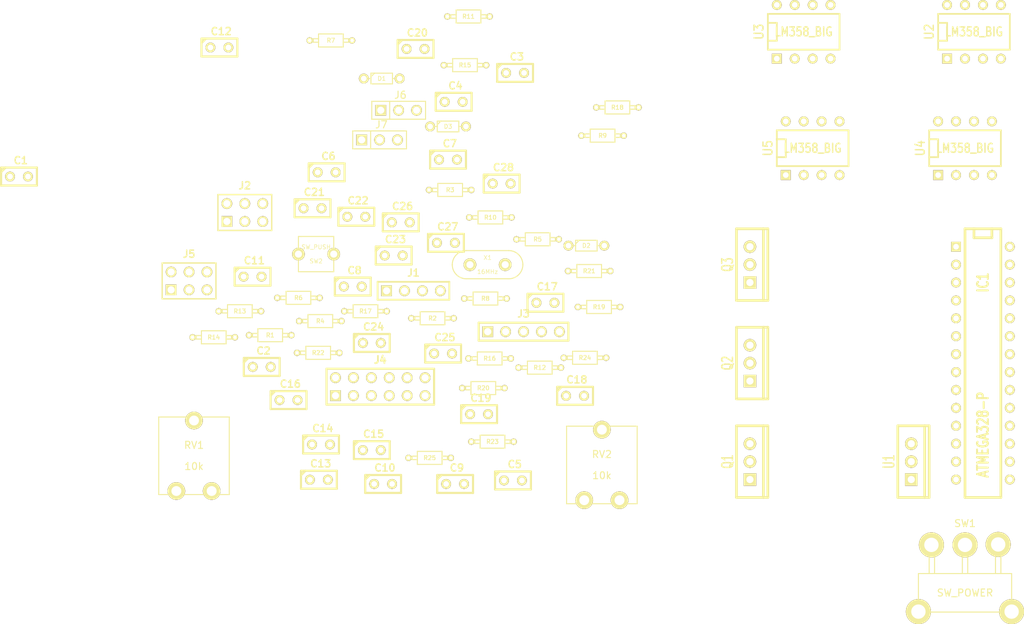
<source format=kicad_pcb>
(kicad_pcb (version 4) (host pcbnew 4.0.2-4+6225~38~ubuntu15.10.1-stable)

  (general
    (links 176)
    (no_connects 176)
    (area 20.705499 119.7244 163.572314 196.204)
    (thickness 1.6)
    (drawings 0)
    (tracks 0)
    (zones 0)
    (modules 77)
    (nets 56)
  )

  (page A4)
  (title_block
    (title "RGB LED Controller")
  )

  (layers
    (0 F.Cu signal)
    (31 B.Cu signal)
    (32 B.Adhes user)
    (33 F.Adhes user)
    (34 B.Paste user)
    (35 F.Paste user)
    (36 B.SilkS user)
    (37 F.SilkS user)
    (38 B.Mask user)
    (39 F.Mask user)
    (40 Dwgs.User user)
    (41 Cmts.User user)
    (42 Eco1.User user)
    (43 Eco2.User user)
    (44 Edge.Cuts user)
  )

  (setup
    (last_trace_width 0.254)
    (trace_clearance 0.254)
    (zone_clearance 0.508)
    (zone_45_only no)
    (trace_min 0.254)
    (segment_width 0.2)
    (edge_width 0.1)
    (via_size 0.889)
    (via_drill 0.635)
    (via_min_size 0.889)
    (via_min_drill 0.508)
    (uvia_size 0.508)
    (uvia_drill 0.127)
    (uvias_allowed no)
    (uvia_min_size 0.508)
    (uvia_min_drill 0.127)
    (pcb_text_width 0.3)
    (pcb_text_size 1.5 1.5)
    (mod_edge_width 0.15)
    (mod_text_size 1 1)
    (mod_text_width 0.15)
    (pad_size 0.9 0.9)
    (pad_drill 0.5)
    (pad_to_mask_clearance 0)
    (aux_axis_origin 0 0)
    (visible_elements FFFFF3BF)
    (pcbplotparams
      (layerselection 0x00030_80000001)
      (usegerberextensions true)
      (excludeedgelayer true)
      (linewidth 0.150000)
      (plotframeref false)
      (viasonmask false)
      (mode 1)
      (useauxorigin false)
      (hpglpennumber 1)
      (hpglpenspeed 20)
      (hpglpendiameter 15)
      (hpglpenoverlay 2)
      (psnegative false)
      (psa4output false)
      (plotreference true)
      (plotvalue true)
      (plotinvisibletext false)
      (padsonsilk false)
      (subtractmaskfromsilk false)
      (outputformat 1)
      (mirror false)
      (drillshape 1)
      (scaleselection 1)
      (outputdirectory ""))
  )

  (net 0 "")
  (net 1 +12V)
  (net 2 +5V)
  (net 3 "/Audio processing/AGND")
  (net 4 "/Audio processing/AUDIO")
  (net 5 "/Colour Organ/LEVEL_BLUE")
  (net 6 "/Colour Organ/LEVEL_GREEN")
  (net 7 "/Colour Organ/LEVEL_RED")
  (net 8 /DB0)
  (net 9 /DB1)
  (net 10 /DB2)
  (net 11 /DB3)
  (net 12 /ENC_CCW)
  (net 13 /ENC_CW)
  (net 14 /G_BLUE)
  (net 15 /G_GREEN)
  (net 16 /G_RED)
  (net 17 /MODE)
  (net 18 /PARAM)
  (net 19 /RS)
  (net 20 GND)
  (net 21 N-0000017)
  (net 22 N-0000018)
  (net 23 N-0000020)
  (net 24 N-0000025)
  (net 25 N-0000026)
  (net 26 N-0000027)
  (net 27 N-0000028)
  (net 28 N-0000029)
  (net 29 N-0000030)
  (net 30 N-0000031)
  (net 31 N-0000032)
  (net 32 N-0000033)
  (net 33 N-0000037)
  (net 34 N-0000038)
  (net 35 N-0000039)
  (net 36 N-0000040)
  (net 37 N-0000041)
  (net 38 N-0000042)
  (net 39 N-0000043)
  (net 40 N-0000044)
  (net 41 N-0000045)
  (net 42 N-0000046)
  (net 43 N-0000047)
  (net 44 N-0000048)
  (net 45 N-0000049)
  (net 46 N-0000050)
  (net 47 N-0000051)
  (net 48 N-0000052)
  (net 49 N-0000053)
  (net 50 N-0000054)
  (net 51 N-0000055)
  (net 52 N-0000056)
  (net 53 N-0000057)
  (net 54 N-0000058)
  (net 55 N-0000059)

  (net_class Default "This is the default net class."
    (clearance 0.254)
    (trace_width 0.254)
    (via_dia 0.889)
    (via_drill 0.635)
    (uvia_dia 0.508)
    (uvia_drill 0.127)
    (add_net +12V)
    (add_net +5V)
    (add_net "/Audio processing/AGND")
    (add_net "/Audio processing/AUDIO")
    (add_net "/Colour Organ/LEVEL_BLUE")
    (add_net "/Colour Organ/LEVEL_GREEN")
    (add_net "/Colour Organ/LEVEL_RED")
    (add_net /DB0)
    (add_net /DB1)
    (add_net /DB2)
    (add_net /DB3)
    (add_net /ENC_CCW)
    (add_net /ENC_CW)
    (add_net /G_BLUE)
    (add_net /G_GREEN)
    (add_net /G_RED)
    (add_net /MODE)
    (add_net /PARAM)
    (add_net /RS)
    (add_net GND)
    (add_net N-0000017)
    (add_net N-0000018)
    (add_net N-0000020)
    (add_net N-0000025)
    (add_net N-0000026)
    (add_net N-0000027)
    (add_net N-0000028)
    (add_net N-0000029)
    (add_net N-0000030)
    (add_net N-0000031)
    (add_net N-0000032)
    (add_net N-0000033)
    (add_net N-0000037)
    (add_net N-0000038)
    (add_net N-0000039)
    (add_net N-0000040)
    (add_net N-0000041)
    (add_net N-0000042)
    (add_net N-0000043)
    (add_net N-0000044)
    (add_net N-0000045)
    (add_net N-0000046)
    (add_net N-0000047)
    (add_net N-0000048)
    (add_net N-0000049)
    (add_net N-0000050)
    (add_net N-0000051)
    (add_net N-0000052)
    (add_net N-0000053)
    (add_net N-0000054)
    (add_net N-0000055)
    (add_net N-0000056)
    (add_net N-0000057)
    (add_net N-0000058)
    (add_net N-0000059)
  )

  (module XTAL_16 (layer F.Cu) (tedit 553E9160) (tstamp 553E9296)
    (at 88.55 125.74)
    (path /551CD177)
    (fp_text reference X1 (at 0 -1) (layer F.SilkS)
      (effects (font (size 0.6 0.6) (thickness 0.08)))
    )
    (fp_text value 16MHz (at 0 1) (layer F.SilkS)
      (effects (font (size 0.6 0.6) (thickness 0.08)))
    )
    (fp_line (start 3 2) (end -3 2) (layer F.SilkS) (width 0.15))
    (fp_line (start -3 -2) (end 3 -2) (layer F.SilkS) (width 0.15))
    (fp_arc (start -3 0) (end -3 2) (angle 90) (layer F.SilkS) (width 0.15))
    (fp_arc (start -3 0) (end -5 0) (angle 90) (layer F.SilkS) (width 0.15))
    (fp_arc (start 3 0) (end 3 -2) (angle 90) (layer F.SilkS) (width 0.15))
    (fp_arc (start 3 0) (end 5 0) (angle 90) (layer F.SilkS) (width 0.15))
    (pad 1 thru_hole circle (at -2.5 0) (size 1.8 1.8) (drill 1) (layers *.Cu *.Mask F.SilkS)
      (net 31 N-0000032))
    (pad 2 thru_hole circle (at 2.5 0) (size 1.8 1.8) (drill 1) (layers *.Cu *.Mask F.SilkS)
      (net 30 N-0000031))
  )

  (module SW_TACT (layer F.Cu) (tedit 553E9004) (tstamp 553E92E4)
    (at 64.25 124.24)
    (path /552A646F)
    (fp_text reference SW2 (at 0 1) (layer F.SilkS)
      (effects (font (size 0.6 0.6) (thickness 0.08)))
    )
    (fp_text value SW_PUSH (at 0 -1) (layer F.SilkS)
      (effects (font (size 0.6 0.6) (thickness 0.08)))
    )
    (fp_line (start -2.5 2.5) (end -2.5 -2.5) (layer F.SilkS) (width 0.15))
    (fp_line (start -2.5 -2.5) (end 2.5 -2.5) (layer F.SilkS) (width 0.15))
    (fp_line (start 2.5 -2.5) (end 2.5 2.5) (layer F.SilkS) (width 0.15))
    (fp_line (start 2.5 2.5) (end -2.5 2.5) (layer F.SilkS) (width 0.15))
    (pad 1 thru_hole circle (at -2.5 0) (size 1.8 1.8) (drill 1) (layers *.Cu *.Mask F.SilkS)
      (net 26 N-0000027))
    (pad 2 thru_hole circle (at 2.5 0) (size 1.8 1.8) (drill 1) (layers *.Cu *.Mask F.SilkS)
      (net 20 GND))
  )

  (module RV_CB10 (layer F.Cu) (tedit 553E87EB) (tstamp 553E9306)
    (at 46.95 152.84)
    (path /5518BBC5)
    (fp_text reference RV1 (at 0 -1.5) (layer F.SilkS)
      (effects (font (size 1 1) (thickness 0.15)))
    )
    (fp_text value 10k (at 0 1.5) (layer F.SilkS)
      (effects (font (size 1 1) (thickness 0.15)))
    )
    (fp_line (start -5 -5.5) (end 5 -5.5) (layer F.SilkS) (width 0.15))
    (fp_line (start 5 -5.5) (end 5 5.5) (layer F.SilkS) (width 0.15))
    (fp_line (start 5 5.5) (end -5 5.5) (layer F.SilkS) (width 0.15))
    (fp_line (start -5 5.5) (end -5 -5.5) (layer F.SilkS) (width 0.15))
    (pad 1 thru_hole circle (at -2.5 5) (size 2.5 2.5) (drill 1.4) (layers *.Cu *.Mask F.SilkS)
      (net 20 GND))
    (pad 2 thru_hole circle (at 0 -5) (size 2.5 2.5) (drill 1.4) (layers *.Cu *.Mask F.SilkS)
      (net 32 N-0000033))
    (pad 3 thru_hole circle (at 2.5 5) (size 2.5 2.5) (drill 1.4) (layers *.Cu *.Mask F.SilkS)
      (net 2 +5V))
  )

  (module RV_CB10 (layer F.Cu) (tedit 553E87EB) (tstamp 553E9311)
    (at 104.75 154.14)
    (path /551E1005)
    (fp_text reference RV2 (at 0 -1.5) (layer F.SilkS)
      (effects (font (size 1 1) (thickness 0.15)))
    )
    (fp_text value 10k (at 0 1.5) (layer F.SilkS)
      (effects (font (size 1 1) (thickness 0.15)))
    )
    (fp_line (start -5 -5.5) (end 5 -5.5) (layer F.SilkS) (width 0.15))
    (fp_line (start 5 -5.5) (end 5 5.5) (layer F.SilkS) (width 0.15))
    (fp_line (start 5 5.5) (end -5 5.5) (layer F.SilkS) (width 0.15))
    (fp_line (start -5 5.5) (end -5 -5.5) (layer F.SilkS) (width 0.15))
    (pad 1 thru_hole circle (at -2.5 5) (size 2.5 2.5) (drill 1.4) (layers *.Cu *.Mask F.SilkS)
      (net 20 GND))
    (pad 2 thru_hole circle (at 0 -5) (size 2.5 2.5) (drill 1.4) (layers *.Cu *.Mask F.SilkS)
      (net 23 N-0000020))
    (pad 3 thru_hole circle (at 2.5 5) (size 2.5 2.5) (drill 1.4) (layers *.Cu *.Mask F.SilkS)
      (net 2 +5V))
  )

  (module pin_array_6x2 (layer F.Cu) (tedit 556E0BEC) (tstamp 553E9483)
    (at 73.35 143.04)
    (descr "Double rangee de contacts 2 x 6 pins")
    (tags CONN)
    (path /551E0FC8)
    (fp_text reference J4 (at 0 -3.81) (layer F.SilkS)
      (effects (font (size 1.016 1.016) (thickness 0.27432)))
    )
    (fp_text value LCD_HEADER (at 0 3.81) (layer F.SilkS) hide
      (effects (font (size 1.016 1.016) (thickness 0.2032)))
    )
    (fp_line (start -7.62 -2.54) (end 7.62 -2.54) (layer F.SilkS) (width 0.3048))
    (fp_line (start 7.62 -2.54) (end 7.62 2.54) (layer F.SilkS) (width 0.3048))
    (fp_line (start 7.62 2.54) (end -7.62 2.54) (layer F.SilkS) (width 0.3048))
    (fp_line (start -7.62 2.54) (end -7.62 -2.54) (layer F.SilkS) (width 0.3048))
    (pad 1 thru_hole rect (at -6.35 1.27) (size 1.524 1.524) (drill 1.016) (layers *.Cu *.Mask F.SilkS)
      (net 2 +5V))
    (pad 2 thru_hole circle (at -6.35 -1.27) (size 1.524 1.524) (drill 1.016) (layers *.Cu *.Mask F.SilkS)
      (net 20 GND))
    (pad 3 thru_hole circle (at -3.81 1.27) (size 1.524 1.524) (drill 1.016) (layers *.Cu *.Mask F.SilkS)
      (net 23 N-0000020))
    (pad 4 thru_hole circle (at -3.81 -1.27) (size 1.524 1.524) (drill 1.016) (layers *.Cu *.Mask F.SilkS)
      (net 19 /RS))
    (pad 5 thru_hole circle (at -1.27 1.27) (size 1.524 1.524) (drill 1.016) (layers *.Cu *.Mask F.SilkS)
      (net 20 GND))
    (pad 6 thru_hole circle (at -1.27 -1.27) (size 1.524 1.524) (drill 1.016) (layers *.Cu *.Mask F.SilkS)
      (net 2 +5V))
    (pad 7 thru_hole circle (at 1.27 1.27) (size 1.524 1.524) (drill 1.016) (layers *.Cu *.Mask F.SilkS)
      (net 8 /DB0))
    (pad 8 thru_hole circle (at 1.27 -1.27) (size 1.524 1.524) (drill 1.016) (layers *.Cu *.Mask F.SilkS)
      (net 9 /DB1))
    (pad 9 thru_hole circle (at 3.81 1.27) (size 1.524 1.524) (drill 1.016) (layers *.Cu *.Mask F.SilkS)
      (net 10 /DB2))
    (pad 10 thru_hole circle (at 3.81 -1.27) (size 1.524 1.524) (drill 1.016) (layers *.Cu *.Mask F.SilkS)
      (net 11 /DB3))
    (pad 11 thru_hole circle (at 6.35 1.27) (size 1.524 1.524) (drill 1.016) (layers *.Cu *.Mask F.SilkS)
      (net 2 +5V))
    (pad 12 thru_hole circle (at 6.35 -1.27) (size 1.524 1.524) (drill 1.016) (layers *.Cu *.Mask F.SilkS)
      (net 20 GND))
    (model pin_array/pins_array_6x2.wrl
      (at (xyz 0 0 0))
      (scale (xyz 1 1 1))
      (rotate (xyz 0 0 0))
    )
  )

  (module PIN_ARRAY_5x1 (layer F.Cu) (tedit 45976D86) (tstamp 553E9490)
    (at 93.65 135.24)
    (descr "Double rangee de contacts 2 x 5 pins")
    (tags CONN)
    (path /5516EFB6)
    (fp_text reference J3 (at 0 -2.54) (layer F.SilkS)
      (effects (font (size 1.016 1.016) (thickness 0.2032)))
    )
    (fp_text value UART_HEADER (at 0 2.54) (layer F.SilkS) hide
      (effects (font (size 1.016 1.016) (thickness 0.2032)))
    )
    (fp_line (start -6.35 -1.27) (end -6.35 1.27) (layer F.SilkS) (width 0.3048))
    (fp_line (start 6.35 1.27) (end 6.35 -1.27) (layer F.SilkS) (width 0.3048))
    (fp_line (start -6.35 -1.27) (end 6.35 -1.27) (layer F.SilkS) (width 0.3048))
    (fp_line (start 6.35 1.27) (end -6.35 1.27) (layer F.SilkS) (width 0.3048))
    (pad 1 thru_hole rect (at -5.08 0) (size 1.524 1.524) (drill 1.016) (layers *.Cu *.Mask F.SilkS)
      (net 20 GND))
    (pad 2 thru_hole circle (at -2.54 0) (size 1.524 1.524) (drill 1.016) (layers *.Cu *.Mask F.SilkS)
      (net 2 +5V))
    (pad 3 thru_hole circle (at 0 0) (size 1.524 1.524) (drill 1.016) (layers *.Cu *.Mask F.SilkS)
      (net 22 N-0000018))
    (pad 4 thru_hole circle (at 2.54 0) (size 1.524 1.524) (drill 1.016) (layers *.Cu *.Mask F.SilkS)
      (net 21 N-0000017))
    (pad 5 thru_hole circle (at 5.08 0) (size 1.524 1.524) (drill 1.016) (layers *.Cu *.Mask F.SilkS)
      (net 28 N-0000029))
    (model pin_array/pins_array_5x1.wrl
      (at (xyz 0 0 0))
      (scale (xyz 1 1 1))
      (rotate (xyz 0 0 0))
    )
  )

  (module PIN_ARRAY_4x1 (layer F.Cu) (tedit 4C10F42E) (tstamp 553E949C)
    (at 78.05 129.44)
    (descr "Double rangee de contacts 2 x 5 pins")
    (tags CONN)
    (path /5516EFA7)
    (fp_text reference J1 (at 0 -2.54) (layer F.SilkS)
      (effects (font (size 1.016 1.016) (thickness 0.2032)))
    )
    (fp_text value PWR_IN (at 0 2.54) (layer F.SilkS) hide
      (effects (font (size 1.016 1.016) (thickness 0.2032)))
    )
    (fp_line (start 5.08 1.27) (end -5.08 1.27) (layer F.SilkS) (width 0.254))
    (fp_line (start 5.08 -1.27) (end -5.08 -1.27) (layer F.SilkS) (width 0.254))
    (fp_line (start -5.08 -1.27) (end -5.08 1.27) (layer F.SilkS) (width 0.254))
    (fp_line (start 5.08 1.27) (end 5.08 -1.27) (layer F.SilkS) (width 0.254))
    (pad 1 thru_hole rect (at -3.81 0) (size 1.524 1.524) (drill 1.016) (layers *.Cu *.Mask F.SilkS)
      (net 20 GND))
    (pad 2 thru_hole circle (at -1.27 0) (size 1.524 1.524) (drill 1.016) (layers *.Cu *.Mask F.SilkS)
      (net 20 GND))
    (pad 3 thru_hole circle (at 1.27 0) (size 1.524 1.524) (drill 1.016) (layers *.Cu *.Mask F.SilkS)
      (net 29 N-0000030))
    (pad 4 thru_hole circle (at 3.81 0) (size 1.524 1.524) (drill 1.016) (layers *.Cu *.Mask F.SilkS)
      (net 29 N-0000030))
    (model pin_array\pins_array_4x1.wrl
      (at (xyz 0 0 0))
      (scale (xyz 1 1 1))
      (rotate (xyz 0 0 0))
    )
  )

  (module pin_array_3x2 (layer F.Cu) (tedit 42931587) (tstamp 553E94AA)
    (at 54.15 118.34)
    (descr "Double rangee de contacts 2 x 4 pins")
    (tags CONN)
    (path /551D9585)
    (fp_text reference J2 (at 0 -3.81) (layer F.SilkS)
      (effects (font (size 1.016 1.016) (thickness 0.2032)))
    )
    (fp_text value LED_HEADER (at 0 3.81) (layer F.SilkS) hide
      (effects (font (size 1.016 1.016) (thickness 0.2032)))
    )
    (fp_line (start 3.81 2.54) (end -3.81 2.54) (layer F.SilkS) (width 0.2032))
    (fp_line (start -3.81 -2.54) (end 3.81 -2.54) (layer F.SilkS) (width 0.2032))
    (fp_line (start 3.81 -2.54) (end 3.81 2.54) (layer F.SilkS) (width 0.2032))
    (fp_line (start -3.81 2.54) (end -3.81 -2.54) (layer F.SilkS) (width 0.2032))
    (pad 1 thru_hole rect (at -2.54 1.27) (size 1.524 1.524) (drill 1.016) (layers *.Cu *.Mask F.SilkS)
      (net 24 N-0000025))
    (pad 2 thru_hole circle (at -2.54 -1.27) (size 1.524 1.524) (drill 1.016) (layers *.Cu *.Mask F.SilkS)
      (net 25 N-0000026))
    (pad 3 thru_hole circle (at 0 1.27) (size 1.524 1.524) (drill 1.016) (layers *.Cu *.Mask F.SilkS)
      (net 27 N-0000028))
    (pad 4 thru_hole circle (at 0 -1.27) (size 1.524 1.524) (drill 1.016) (layers *.Cu *.Mask F.SilkS)
      (net 1 +12V))
    (pad 5 thru_hole circle (at 2.54 1.27) (size 1.524 1.524) (drill 1.016) (layers *.Cu *.Mask F.SilkS)
      (net 1 +12V))
    (pad 6 thru_hole circle (at 2.54 -1.27) (size 1.524 1.524) (drill 1.016) (layers *.Cu *.Mask F.SilkS)
      (net 1 +12V))
    (model pin_array/pins_array_3x2.wrl
      (at (xyz 0 0 0))
      (scale (xyz 1 1 1))
      (rotate (xyz 0 0 0))
    )
  )

  (module pin_array_3x2 (layer F.Cu) (tedit 42931587) (tstamp 553E94B8)
    (at 46.25 128.04)
    (descr "Double rangee de contacts 2 x 4 pins")
    (tags CONN)
    (path /551E0FD7)
    (fp_text reference J5 (at 0 -3.81) (layer F.SilkS)
      (effects (font (size 1.016 1.016) (thickness 0.2032)))
    )
    (fp_text value CONTROL_HEADER (at 0 3.81) (layer F.SilkS) hide
      (effects (font (size 1.016 1.016) (thickness 0.2032)))
    )
    (fp_line (start 3.81 2.54) (end -3.81 2.54) (layer F.SilkS) (width 0.2032))
    (fp_line (start -3.81 -2.54) (end 3.81 -2.54) (layer F.SilkS) (width 0.2032))
    (fp_line (start 3.81 -2.54) (end 3.81 2.54) (layer F.SilkS) (width 0.2032))
    (fp_line (start -3.81 2.54) (end -3.81 -2.54) (layer F.SilkS) (width 0.2032))
    (pad 1 thru_hole rect (at -2.54 1.27) (size 1.524 1.524) (drill 1.016) (layers *.Cu *.Mask F.SilkS)
      (net 20 GND))
    (pad 2 thru_hole circle (at -2.54 -1.27) (size 1.524 1.524) (drill 1.016) (layers *.Cu *.Mask F.SilkS)
      (net 13 /ENC_CW))
    (pad 3 thru_hole circle (at 0 1.27) (size 1.524 1.524) (drill 1.016) (layers *.Cu *.Mask F.SilkS)
      (net 12 /ENC_CCW))
    (pad 4 thru_hole circle (at 0 -1.27) (size 1.524 1.524) (drill 1.016) (layers *.Cu *.Mask F.SilkS)
      (net 17 /MODE))
    (pad 5 thru_hole circle (at 2.54 1.27) (size 1.524 1.524) (drill 1.016) (layers *.Cu *.Mask F.SilkS)
      (net 18 /PARAM))
    (pad 6 thru_hole circle (at 2.54 -1.27) (size 1.524 1.524) (drill 1.016) (layers *.Cu *.Mask F.SilkS))
    (model pin_array/pins_array_3x2.wrl
      (at (xyz 0 0 0))
      (scale (xyz 1 1 1))
      (rotate (xyz 0 0 0))
    )
  )

  (module PIN_ARRAY_3X1 (layer F.Cu) (tedit 4C1130E0) (tstamp 553E94C4)
    (at 75.95 103.84)
    (descr "Connecteur 3 pins")
    (tags "CONN DEV")
    (path /551EAE66/551ED003)
    (fp_text reference J6 (at 0.254 -2.159) (layer F.SilkS)
      (effects (font (size 1.016 1.016) (thickness 0.1524)))
    )
    (fp_text value AUDIO_HEADER_OUT (at 0 -2.159) (layer F.SilkS) hide
      (effects (font (size 1.016 1.016) (thickness 0.1524)))
    )
    (fp_line (start -3.81 1.27) (end -3.81 -1.27) (layer F.SilkS) (width 0.1524))
    (fp_line (start -3.81 -1.27) (end 3.81 -1.27) (layer F.SilkS) (width 0.1524))
    (fp_line (start 3.81 -1.27) (end 3.81 1.27) (layer F.SilkS) (width 0.1524))
    (fp_line (start 3.81 1.27) (end -3.81 1.27) (layer F.SilkS) (width 0.1524))
    (fp_line (start -1.27 -1.27) (end -1.27 1.27) (layer F.SilkS) (width 0.1524))
    (pad 1 thru_hole rect (at -2.54 0) (size 1.524 1.524) (drill 1.016) (layers *.Cu *.Mask F.SilkS)
      (net 20 GND))
    (pad 2 thru_hole circle (at 0 0) (size 1.524 1.524) (drill 1.016) (layers *.Cu *.Mask F.SilkS)
      (net 35 N-0000039))
    (pad 3 thru_hole circle (at 2.54 0) (size 1.524 1.524) (drill 1.016) (layers *.Cu *.Mask F.SilkS)
      (net 36 N-0000040))
    (model pin_array/pins_array_3x1.wrl
      (at (xyz 0 0 0))
      (scale (xyz 1 1 1))
      (rotate (xyz 0 0 0))
    )
  )

  (module PIN_ARRAY_3X1 (layer F.Cu) (tedit 4C1130E0) (tstamp 553E94D0)
    (at 73.25 108.04)
    (descr "Connecteur 3 pins")
    (tags "CONN DEV")
    (path /551EAE66/551ECAF3)
    (fp_text reference J7 (at 0.254 -2.159) (layer F.SilkS)
      (effects (font (size 1.016 1.016) (thickness 0.1524)))
    )
    (fp_text value AUDIO_HEADER_IN (at 0 -2.159) (layer F.SilkS) hide
      (effects (font (size 1.016 1.016) (thickness 0.1524)))
    )
    (fp_line (start -3.81 1.27) (end -3.81 -1.27) (layer F.SilkS) (width 0.1524))
    (fp_line (start -3.81 -1.27) (end 3.81 -1.27) (layer F.SilkS) (width 0.1524))
    (fp_line (start 3.81 -1.27) (end 3.81 1.27) (layer F.SilkS) (width 0.1524))
    (fp_line (start 3.81 1.27) (end -3.81 1.27) (layer F.SilkS) (width 0.1524))
    (fp_line (start -1.27 -1.27) (end -1.27 1.27) (layer F.SilkS) (width 0.1524))
    (pad 1 thru_hole rect (at -2.54 0) (size 1.524 1.524) (drill 1.016) (layers *.Cu *.Mask F.SilkS)
      (net 20 GND))
    (pad 2 thru_hole circle (at 0 0) (size 1.524 1.524) (drill 1.016) (layers *.Cu *.Mask F.SilkS)
      (net 35 N-0000039))
    (pad 3 thru_hole circle (at 2.54 0) (size 1.524 1.524) (drill 1.016) (layers *.Cu *.Mask F.SilkS)
      (net 36 N-0000040))
    (model pin_array/pins_array_3x1.wrl
      (at (xyz 0 0 0))
      (scale (xyz 1 1 1))
      (rotate (xyz 0 0 0))
    )
  )

  (module DIP-8__300 (layer F.Cu) (tedit 43A7F843) (tstamp 553E94E3)
    (at 157.48 92.71)
    (descr "8 pins DIL package, round pads")
    (tags DIL)
    (path /551EAE66/553FD08D)
    (fp_text reference U2 (at -6.35 0 90) (layer F.SilkS)
      (effects (font (size 1.27 1.143) (thickness 0.2032)))
    )
    (fp_text value LM358_BIG (at 0 0) (layer F.SilkS)
      (effects (font (size 1.27 1.016) (thickness 0.2032)))
    )
    (fp_line (start -5.08 -1.27) (end -3.81 -1.27) (layer F.SilkS) (width 0.254))
    (fp_line (start -3.81 -1.27) (end -3.81 1.27) (layer F.SilkS) (width 0.254))
    (fp_line (start -3.81 1.27) (end -5.08 1.27) (layer F.SilkS) (width 0.254))
    (fp_line (start -5.08 -2.54) (end 5.08 -2.54) (layer F.SilkS) (width 0.254))
    (fp_line (start 5.08 -2.54) (end 5.08 2.54) (layer F.SilkS) (width 0.254))
    (fp_line (start 5.08 2.54) (end -5.08 2.54) (layer F.SilkS) (width 0.254))
    (fp_line (start -5.08 2.54) (end -5.08 -2.54) (layer F.SilkS) (width 0.254))
    (pad 1 thru_hole rect (at -3.81 3.81) (size 1.397 1.397) (drill 0.8128) (layers *.Cu *.Mask F.SilkS)
      (net 37 N-0000041))
    (pad 2 thru_hole circle (at -1.27 3.81) (size 1.397 1.397) (drill 0.8128) (layers *.Cu *.Mask F.SilkS)
      (net 37 N-0000041))
    (pad 3 thru_hole circle (at 1.27 3.81) (size 1.397 1.397) (drill 0.8128) (layers *.Cu *.Mask F.SilkS)
      (net 39 N-0000043))
    (pad 4 thru_hole circle (at 3.81 3.81) (size 1.397 1.397) (drill 0.8128) (layers *.Cu *.Mask F.SilkS)
      (net 20 GND))
    (pad 5 thru_hole circle (at 3.81 -3.81) (size 1.397 1.397) (drill 0.8128) (layers *.Cu *.Mask F.SilkS)
      (net 40 N-0000044))
    (pad 6 thru_hole circle (at 1.27 -3.81) (size 1.397 1.397) (drill 0.8128) (layers *.Cu *.Mask F.SilkS)
      (net 34 N-0000038))
    (pad 7 thru_hole circle (at -1.27 -3.81) (size 1.397 1.397) (drill 0.8128) (layers *.Cu *.Mask F.SilkS)
      (net 34 N-0000038))
    (pad 8 thru_hole circle (at -3.81 -3.81) (size 1.397 1.397) (drill 0.8128) (layers *.Cu *.Mask F.SilkS)
      (net 1 +12V))
    (model dil/dil_8.wrl
      (at (xyz 0 0 0))
      (scale (xyz 1 1 1))
      (rotate (xyz 0 0 0))
    )
  )

  (module DIP-8__300 (layer F.Cu) (tedit 43A7F843) (tstamp 553E94F6)
    (at 134.62 109.22)
    (descr "8 pins DIL package, round pads")
    (tags DIL)
    (path /551F0BF2/553FD153)
    (fp_text reference U5 (at -6.35 0 90) (layer F.SilkS)
      (effects (font (size 1.27 1.143) (thickness 0.2032)))
    )
    (fp_text value LM358_BIG (at 0 0) (layer F.SilkS)
      (effects (font (size 1.27 1.016) (thickness 0.2032)))
    )
    (fp_line (start -5.08 -1.27) (end -3.81 -1.27) (layer F.SilkS) (width 0.254))
    (fp_line (start -3.81 -1.27) (end -3.81 1.27) (layer F.SilkS) (width 0.254))
    (fp_line (start -3.81 1.27) (end -5.08 1.27) (layer F.SilkS) (width 0.254))
    (fp_line (start -5.08 -2.54) (end 5.08 -2.54) (layer F.SilkS) (width 0.254))
    (fp_line (start 5.08 -2.54) (end 5.08 2.54) (layer F.SilkS) (width 0.254))
    (fp_line (start 5.08 2.54) (end -5.08 2.54) (layer F.SilkS) (width 0.254))
    (fp_line (start -5.08 2.54) (end -5.08 -2.54) (layer F.SilkS) (width 0.254))
    (pad 1 thru_hole rect (at -3.81 3.81) (size 1.397 1.397) (drill 0.8128) (layers *.Cu *.Mask F.SilkS)
      (net 43 N-0000047))
    (pad 2 thru_hole circle (at -1.27 3.81) (size 1.397 1.397) (drill 0.8128) (layers *.Cu *.Mask F.SilkS)
      (net 43 N-0000047))
    (pad 3 thru_hole circle (at 1.27 3.81) (size 1.397 1.397) (drill 0.8128) (layers *.Cu *.Mask F.SilkS)
      (net 42 N-0000046))
    (pad 4 thru_hole circle (at 3.81 3.81) (size 1.397 1.397) (drill 0.8128) (layers *.Cu *.Mask F.SilkS)
      (net 20 GND))
    (pad 5 thru_hole circle (at 3.81 -3.81) (size 1.397 1.397) (drill 0.8128) (layers *.Cu *.Mask F.SilkS)
      (net 41 N-0000045))
    (pad 6 thru_hole circle (at 1.27 -3.81) (size 1.397 1.397) (drill 0.8128) (layers *.Cu *.Mask F.SilkS)
      (net 50 N-0000054))
    (pad 7 thru_hole circle (at -1.27 -3.81) (size 1.397 1.397) (drill 0.8128) (layers *.Cu *.Mask F.SilkS)
      (net 50 N-0000054))
    (pad 8 thru_hole circle (at -3.81 -3.81) (size 1.397 1.397) (drill 0.8128) (layers *.Cu *.Mask F.SilkS)
      (net 1 +12V))
    (model dil/dil_8.wrl
      (at (xyz 0 0 0))
      (scale (xyz 1 1 1))
      (rotate (xyz 0 0 0))
    )
  )

  (module DIP-8__300 (layer F.Cu) (tedit 43A7F843) (tstamp 553E9509)
    (at 156.21 109.22)
    (descr "8 pins DIL package, round pads")
    (tags DIL)
    (path /551F0BF2/553FD13A)
    (fp_text reference U4 (at -6.35 0 90) (layer F.SilkS)
      (effects (font (size 1.27 1.143) (thickness 0.2032)))
    )
    (fp_text value LM358_BIG (at 0 0) (layer F.SilkS)
      (effects (font (size 1.27 1.016) (thickness 0.2032)))
    )
    (fp_line (start -5.08 -1.27) (end -3.81 -1.27) (layer F.SilkS) (width 0.254))
    (fp_line (start -3.81 -1.27) (end -3.81 1.27) (layer F.SilkS) (width 0.254))
    (fp_line (start -3.81 1.27) (end -5.08 1.27) (layer F.SilkS) (width 0.254))
    (fp_line (start -5.08 -2.54) (end 5.08 -2.54) (layer F.SilkS) (width 0.254))
    (fp_line (start 5.08 -2.54) (end 5.08 2.54) (layer F.SilkS) (width 0.254))
    (fp_line (start 5.08 2.54) (end -5.08 2.54) (layer F.SilkS) (width 0.254))
    (fp_line (start -5.08 2.54) (end -5.08 -2.54) (layer F.SilkS) (width 0.254))
    (pad 1 thru_hole rect (at -3.81 3.81) (size 1.397 1.397) (drill 0.8128) (layers *.Cu *.Mask F.SilkS)
      (net 48 N-0000052))
    (pad 2 thru_hole circle (at -1.27 3.81) (size 1.397 1.397) (drill 0.8128) (layers *.Cu *.Mask F.SilkS)
      (net 48 N-0000052))
    (pad 3 thru_hole circle (at 1.27 3.81) (size 1.397 1.397) (drill 0.8128) (layers *.Cu *.Mask F.SilkS)
      (net 54 N-0000058))
    (pad 4 thru_hole circle (at 3.81 3.81) (size 1.397 1.397) (drill 0.8128) (layers *.Cu *.Mask F.SilkS)
      (net 20 GND))
    (pad 5 thru_hole circle (at 3.81 -3.81) (size 1.397 1.397) (drill 0.8128) (layers *.Cu *.Mask F.SilkS)
      (net 46 N-0000050))
    (pad 6 thru_hole circle (at 1.27 -3.81) (size 1.397 1.397) (drill 0.8128) (layers *.Cu *.Mask F.SilkS)
      (net 49 N-0000053))
    (pad 7 thru_hole circle (at -1.27 -3.81) (size 1.397 1.397) (drill 0.8128) (layers *.Cu *.Mask F.SilkS)
      (net 49 N-0000053))
    (pad 8 thru_hole circle (at -3.81 -3.81) (size 1.397 1.397) (drill 0.8128) (layers *.Cu *.Mask F.SilkS)
      (net 1 +12V))
    (model dil/dil_8.wrl
      (at (xyz 0 0 0))
      (scale (xyz 1 1 1))
      (rotate (xyz 0 0 0))
    )
  )

  (module DIP-8__300 (layer F.Cu) (tedit 43A7F843) (tstamp 553E951C)
    (at 133.35 92.71)
    (descr "8 pins DIL package, round pads")
    (tags DIL)
    (path /551EAE66/553FD0A6)
    (fp_text reference U3 (at -6.35 0 90) (layer F.SilkS)
      (effects (font (size 1.27 1.143) (thickness 0.2032)))
    )
    (fp_text value LM358_BIG (at 0 0) (layer F.SilkS)
      (effects (font (size 1.27 1.016) (thickness 0.2032)))
    )
    (fp_line (start -5.08 -1.27) (end -3.81 -1.27) (layer F.SilkS) (width 0.254))
    (fp_line (start -3.81 -1.27) (end -3.81 1.27) (layer F.SilkS) (width 0.254))
    (fp_line (start -3.81 1.27) (end -5.08 1.27) (layer F.SilkS) (width 0.254))
    (fp_line (start -5.08 -2.54) (end 5.08 -2.54) (layer F.SilkS) (width 0.254))
    (fp_line (start 5.08 -2.54) (end 5.08 2.54) (layer F.SilkS) (width 0.254))
    (fp_line (start 5.08 2.54) (end -5.08 2.54) (layer F.SilkS) (width 0.254))
    (fp_line (start -5.08 2.54) (end -5.08 -2.54) (layer F.SilkS) (width 0.254))
    (pad 1 thru_hole rect (at -3.81 3.81) (size 1.397 1.397) (drill 0.8128) (layers *.Cu *.Mask F.SilkS)
      (net 4 "/Audio processing/AUDIO"))
    (pad 2 thru_hole circle (at -1.27 3.81) (size 1.397 1.397) (drill 0.8128) (layers *.Cu *.Mask F.SilkS)
      (net 33 N-0000037))
    (pad 3 thru_hole circle (at 1.27 3.81) (size 1.397 1.397) (drill 0.8128) (layers *.Cu *.Mask F.SilkS)
      (net 3 "/Audio processing/AGND"))
    (pad 4 thru_hole circle (at 3.81 3.81) (size 1.397 1.397) (drill 0.8128) (layers *.Cu *.Mask F.SilkS)
      (net 20 GND))
    (pad 5 thru_hole circle (at 3.81 -3.81) (size 1.397 1.397) (drill 0.8128) (layers *.Cu *.Mask F.SilkS)
      (net 38 N-0000042))
    (pad 6 thru_hole circle (at 1.27 -3.81) (size 1.397 1.397) (drill 0.8128) (layers *.Cu *.Mask F.SilkS)
      (net 3 "/Audio processing/AGND"))
    (pad 7 thru_hole circle (at -1.27 -3.81) (size 1.397 1.397) (drill 0.8128) (layers *.Cu *.Mask F.SilkS)
      (net 3 "/Audio processing/AGND"))
    (pad 8 thru_hole circle (at -3.81 -3.81) (size 1.397 1.397) (drill 0.8128) (layers *.Cu *.Mask F.SilkS)
      (net 1 +12V))
    (model dil/dil_8.wrl
      (at (xyz 0 0 0))
      (scale (xyz 1 1 1))
      (rotate (xyz 0 0 0))
    )
  )

  (module DIP-28__300 (layer F.Cu) (tedit 200000) (tstamp 553E9543)
    (at 158.75 139.7 270)
    (descr "28 pins DIL package, round pads, width 300mil")
    (tags DIL)
    (path /5516EFC5)
    (fp_text reference IC1 (at -11.43 0 270) (layer F.SilkS)
      (effects (font (size 1.524 1.143) (thickness 0.3048)))
    )
    (fp_text value ATMEGA328-P (at 10.16 0 270) (layer F.SilkS)
      (effects (font (size 1.524 1.143) (thickness 0.3048)))
    )
    (fp_line (start -19.05 -2.54) (end 19.05 -2.54) (layer F.SilkS) (width 0.381))
    (fp_line (start 19.05 -2.54) (end 19.05 2.54) (layer F.SilkS) (width 0.381))
    (fp_line (start 19.05 2.54) (end -19.05 2.54) (layer F.SilkS) (width 0.381))
    (fp_line (start -19.05 2.54) (end -19.05 -2.54) (layer F.SilkS) (width 0.381))
    (fp_line (start -19.05 -1.27) (end -17.78 -1.27) (layer F.SilkS) (width 0.381))
    (fp_line (start -17.78 -1.27) (end -17.78 1.27) (layer F.SilkS) (width 0.381))
    (fp_line (start -17.78 1.27) (end -19.05 1.27) (layer F.SilkS) (width 0.381))
    (pad 2 thru_hole circle (at -13.97 3.81 270) (size 1.397 1.397) (drill 0.8128) (layers *.Cu *.Mask F.SilkS)
      (net 22 N-0000018))
    (pad 3 thru_hole circle (at -11.43 3.81 270) (size 1.397 1.397) (drill 0.8128) (layers *.Cu *.Mask F.SilkS)
      (net 21 N-0000017))
    (pad 4 thru_hole circle (at -8.89 3.81 270) (size 1.397 1.397) (drill 0.8128) (layers *.Cu *.Mask F.SilkS)
      (net 16 /G_RED))
    (pad 5 thru_hole circle (at -6.35 3.81 270) (size 1.397 1.397) (drill 0.8128) (layers *.Cu *.Mask F.SilkS)
      (net 15 /G_GREEN))
    (pad 6 thru_hole circle (at -3.81 3.81 270) (size 1.397 1.397) (drill 0.8128) (layers *.Cu *.Mask F.SilkS)
      (net 14 /G_BLUE))
    (pad 7 thru_hole circle (at -1.27 3.81 270) (size 1.397 1.397) (drill 0.8128) (layers *.Cu *.Mask F.SilkS)
      (net 2 +5V))
    (pad 8 thru_hole circle (at 1.27 3.81 270) (size 1.397 1.397) (drill 0.8128) (layers *.Cu *.Mask F.SilkS)
      (net 20 GND))
    (pad 9 thru_hole circle (at 3.81 3.81 270) (size 1.397 1.397) (drill 0.8128) (layers *.Cu *.Mask F.SilkS)
      (net 31 N-0000032))
    (pad 10 thru_hole circle (at 6.35 3.81 270) (size 1.397 1.397) (drill 0.8128) (layers *.Cu *.Mask F.SilkS)
      (net 30 N-0000031))
    (pad 11 thru_hole circle (at 8.89 3.81 270) (size 1.397 1.397) (drill 0.8128) (layers *.Cu *.Mask F.SilkS)
      (net 13 /ENC_CW))
    (pad 12 thru_hole circle (at 11.43 3.81 270) (size 1.397 1.397) (drill 0.8128) (layers *.Cu *.Mask F.SilkS)
      (net 12 /ENC_CCW))
    (pad 13 thru_hole circle (at 13.97 3.81 270) (size 1.397 1.397) (drill 0.8128) (layers *.Cu *.Mask F.SilkS)
      (net 17 /MODE))
    (pad 14 thru_hole circle (at 16.51 3.81 270) (size 1.397 1.397) (drill 0.8128) (layers *.Cu *.Mask F.SilkS)
      (net 19 /RS))
    (pad 1 thru_hole rect (at -16.51 3.81 270) (size 1.397 1.397) (drill 0.8128) (layers *.Cu *.Mask F.SilkS)
      (net 26 N-0000027))
    (pad 15 thru_hole circle (at 16.51 -3.81 270) (size 1.397 1.397) (drill 0.8128) (layers *.Cu *.Mask F.SilkS)
      (net 8 /DB0))
    (pad 16 thru_hole circle (at 13.97 -3.81 270) (size 1.397 1.397) (drill 0.8128) (layers *.Cu *.Mask F.SilkS)
      (net 9 /DB1))
    (pad 17 thru_hole circle (at 11.43 -3.81 270) (size 1.397 1.397) (drill 0.8128) (layers *.Cu *.Mask F.SilkS)
      (net 10 /DB2))
    (pad 18 thru_hole circle (at 8.89 -3.81 270) (size 1.397 1.397) (drill 0.8128) (layers *.Cu *.Mask F.SilkS)
      (net 11 /DB3))
    (pad 19 thru_hole circle (at 6.35 -3.81 270) (size 1.397 1.397) (drill 0.8128) (layers *.Cu *.Mask F.SilkS)
      (net 18 /PARAM))
    (pad 20 thru_hole circle (at 3.81 -3.81 270) (size 1.397 1.397) (drill 0.8128) (layers *.Cu *.Mask F.SilkS)
      (net 2 +5V))
    (pad 21 thru_hole circle (at 1.27 -3.81 270) (size 1.397 1.397) (drill 0.8128) (layers *.Cu *.Mask F.SilkS)
      (net 32 N-0000033))
    (pad 22 thru_hole circle (at -1.27 -3.81 270) (size 1.397 1.397) (drill 0.8128) (layers *.Cu *.Mask F.SilkS)
      (net 20 GND))
    (pad 23 thru_hole circle (at -3.81 -3.81 270) (size 1.397 1.397) (drill 0.8128) (layers *.Cu *.Mask F.SilkS)
      (net 7 "/Colour Organ/LEVEL_RED"))
    (pad 24 thru_hole circle (at -6.35 -3.81 270) (size 1.397 1.397) (drill 0.8128) (layers *.Cu *.Mask F.SilkS)
      (net 6 "/Colour Organ/LEVEL_GREEN"))
    (pad 25 thru_hole circle (at -8.89 -3.81 270) (size 1.397 1.397) (drill 0.8128) (layers *.Cu *.Mask F.SilkS)
      (net 5 "/Colour Organ/LEVEL_BLUE"))
    (pad 26 thru_hole circle (at -11.43 -3.81 270) (size 1.397 1.397) (drill 0.8128) (layers *.Cu *.Mask F.SilkS))
    (pad 27 thru_hole circle (at -13.97 -3.81 270) (size 1.397 1.397) (drill 0.8128) (layers *.Cu *.Mask F.SilkS))
    (pad 28 thru_hole circle (at -16.51 -3.81 270) (size 1.397 1.397) (drill 0.8128) (layers *.Cu *.Mask F.SilkS))
    (model dil/dil_28-w300.wrl
      (at (xyz 0 0 0))
      (scale (xyz 1 1 1))
      (rotate (xyz 0 0 0))
    )
  )

  (module D2 (layer F.Cu) (tedit 55346B49) (tstamp 553E9552)
    (at 102.55 123.04)
    (path /551F0BF2/5520DCEE)
    (fp_text reference D2 (at 0 0) (layer F.SilkS)
      (effects (font (size 0.6 0.6) (thickness 0.1)))
    )
    (fp_text value DIODE (at 0 0) (layer F.SilkS) hide
      (effects (font (size 0.6 0.6) (thickness 0.1)))
    )
    (fp_line (start -1.524 -0.254) (end -1.016 -0.762) (layer F.SilkS) (width 0.15))
    (fp_line (start 1.524 0) (end 1.524 0.762) (layer F.SilkS) (width 0.15))
    (fp_line (start 1.524 0.762) (end -1.524 0.762) (layer F.SilkS) (width 0.15))
    (fp_line (start -1.524 0.762) (end -1.524 0) (layer F.SilkS) (width 0.15))
    (fp_line (start -2.54 0) (end -1.524 0) (layer F.SilkS) (width 0.15))
    (fp_line (start -1.524 0) (end -1.524 -0.762) (layer F.SilkS) (width 0.15))
    (fp_line (start -1.524 -0.762) (end 1.524 -0.762) (layer F.SilkS) (width 0.15))
    (fp_line (start 1.524 -0.762) (end 1.524 0) (layer F.SilkS) (width 0.15))
    (fp_line (start 1.524 0) (end 2.54 0) (layer F.SilkS) (width 0.15))
    (pad 1 thru_hole circle (at -2.54 0) (size 1.4 1.4) (drill 0.8) (layers *.Cu *.Mask F.SilkS)
      (net 53 N-0000057))
    (pad 2 thru_hole circle (at 2.54 0) (size 1.4 1.4) (drill 0.8) (layers *.Cu *.Mask F.SilkS)
      (net 5 "/Colour Organ/LEVEL_BLUE"))
  )

  (module D2 (layer F.Cu) (tedit 55346B49) (tstamp 553E9561)
    (at 82.95 106.14)
    (path /551F0BF2/55215933)
    (fp_text reference D3 (at 0 0) (layer F.SilkS)
      (effects (font (size 0.6 0.6) (thickness 0.1)))
    )
    (fp_text value DIODE (at 0 0) (layer F.SilkS) hide
      (effects (font (size 0.6 0.6) (thickness 0.1)))
    )
    (fp_line (start -1.524 -0.254) (end -1.016 -0.762) (layer F.SilkS) (width 0.15))
    (fp_line (start 1.524 0) (end 1.524 0.762) (layer F.SilkS) (width 0.15))
    (fp_line (start 1.524 0.762) (end -1.524 0.762) (layer F.SilkS) (width 0.15))
    (fp_line (start -1.524 0.762) (end -1.524 0) (layer F.SilkS) (width 0.15))
    (fp_line (start -2.54 0) (end -1.524 0) (layer F.SilkS) (width 0.15))
    (fp_line (start -1.524 0) (end -1.524 -0.762) (layer F.SilkS) (width 0.15))
    (fp_line (start -1.524 -0.762) (end 1.524 -0.762) (layer F.SilkS) (width 0.15))
    (fp_line (start 1.524 -0.762) (end 1.524 0) (layer F.SilkS) (width 0.15))
    (fp_line (start 1.524 0) (end 2.54 0) (layer F.SilkS) (width 0.15))
    (pad 1 thru_hole circle (at -2.54 0) (size 1.4 1.4) (drill 0.8) (layers *.Cu *.Mask F.SilkS)
      (net 45 N-0000049))
    (pad 2 thru_hole circle (at 2.54 0) (size 1.4 1.4) (drill 0.8) (layers *.Cu *.Mask F.SilkS)
      (net 6 "/Colour Organ/LEVEL_GREEN"))
  )

  (module D2 (layer F.Cu) (tedit 55346B49) (tstamp 553E9570)
    (at 73.55 99.34)
    (path /551F0BF2/55202DCF)
    (fp_text reference D1 (at 0 0) (layer F.SilkS)
      (effects (font (size 0.6 0.6) (thickness 0.1)))
    )
    (fp_text value DIODE (at 0 0) (layer F.SilkS) hide
      (effects (font (size 0.6 0.6) (thickness 0.1)))
    )
    (fp_line (start -1.524 -0.254) (end -1.016 -0.762) (layer F.SilkS) (width 0.15))
    (fp_line (start 1.524 0) (end 1.524 0.762) (layer F.SilkS) (width 0.15))
    (fp_line (start 1.524 0.762) (end -1.524 0.762) (layer F.SilkS) (width 0.15))
    (fp_line (start -1.524 0.762) (end -1.524 0) (layer F.SilkS) (width 0.15))
    (fp_line (start -2.54 0) (end -1.524 0) (layer F.SilkS) (width 0.15))
    (fp_line (start -1.524 0) (end -1.524 -0.762) (layer F.SilkS) (width 0.15))
    (fp_line (start -1.524 -0.762) (end 1.524 -0.762) (layer F.SilkS) (width 0.15))
    (fp_line (start 1.524 -0.762) (end 1.524 0) (layer F.SilkS) (width 0.15))
    (fp_line (start 1.524 0) (end 2.54 0) (layer F.SilkS) (width 0.15))
    (pad 1 thru_hole circle (at -2.54 0) (size 1.4 1.4) (drill 0.8) (layers *.Cu *.Mask F.SilkS)
      (net 52 N-0000056))
    (pad 2 thru_hole circle (at 2.54 0) (size 1.4 1.4) (drill 0.8) (layers *.Cu *.Mask F.SilkS)
      (net 7 "/Colour Organ/LEVEL_RED"))
  )

  (module C1 (layer F.Cu) (tedit 3F92C496) (tstamp 553E9696)
    (at 65.75 112.64)
    (descr "Condensateur e = 1 pas")
    (tags C)
    (path /551CD1F6)
    (fp_text reference C6 (at 0.254 -2.286) (layer F.SilkS)
      (effects (font (size 1.016 1.016) (thickness 0.2032)))
    )
    (fp_text value 22pF (at 0 -2.286) (layer F.SilkS) hide
      (effects (font (size 1.016 1.016) (thickness 0.2032)))
    )
    (fp_line (start -2.4892 -1.27) (end 2.54 -1.27) (layer F.SilkS) (width 0.3048))
    (fp_line (start 2.54 -1.27) (end 2.54 1.27) (layer F.SilkS) (width 0.3048))
    (fp_line (start 2.54 1.27) (end -2.54 1.27) (layer F.SilkS) (width 0.3048))
    (fp_line (start -2.54 1.27) (end -2.54 -1.27) (layer F.SilkS) (width 0.3048))
    (fp_line (start -2.54 -0.635) (end -1.905 -1.27) (layer F.SilkS) (width 0.3048))
    (pad 1 thru_hole circle (at -1.27 0) (size 1.397 1.397) (drill 0.8128) (layers *.Cu *.Mask F.SilkS)
      (net 31 N-0000032))
    (pad 2 thru_hole circle (at 1.27 0) (size 1.397 1.397) (drill 0.8128) (layers *.Cu *.Mask F.SilkS)
      (net 20 GND))
    (model discret/capa_1_pas.wrl
      (at (xyz 0 0 0))
      (scale (xyz 1 1 1))
      (rotate (xyz 0 0 0))
    )
  )

  (module C1 (layer F.Cu) (tedit 3F92C496) (tstamp 553E96A1)
    (at 82.95 110.84)
    (descr "Condensateur e = 1 pas")
    (tags C)
    (path /551CD214)
    (fp_text reference C7 (at 0.254 -2.286) (layer F.SilkS)
      (effects (font (size 1.016 1.016) (thickness 0.2032)))
    )
    (fp_text value 22pF (at 0 -2.286) (layer F.SilkS) hide
      (effects (font (size 1.016 1.016) (thickness 0.2032)))
    )
    (fp_line (start -2.4892 -1.27) (end 2.54 -1.27) (layer F.SilkS) (width 0.3048))
    (fp_line (start 2.54 -1.27) (end 2.54 1.27) (layer F.SilkS) (width 0.3048))
    (fp_line (start 2.54 1.27) (end -2.54 1.27) (layer F.SilkS) (width 0.3048))
    (fp_line (start -2.54 1.27) (end -2.54 -1.27) (layer F.SilkS) (width 0.3048))
    (fp_line (start -2.54 -0.635) (end -1.905 -1.27) (layer F.SilkS) (width 0.3048))
    (pad 1 thru_hole circle (at -1.27 0) (size 1.397 1.397) (drill 0.8128) (layers *.Cu *.Mask F.SilkS)
      (net 30 N-0000031))
    (pad 2 thru_hole circle (at 1.27 0) (size 1.397 1.397) (drill 0.8128) (layers *.Cu *.Mask F.SilkS)
      (net 20 GND))
    (model discret/capa_1_pas.wrl
      (at (xyz 0 0 0))
      (scale (xyz 1 1 1))
      (rotate (xyz 0 0 0))
    )
  )

  (module TO220_NUM (layer F.Cu) (tedit 556E0BD4) (tstamp 553E92A7)
    (at 148.59 153.67)
    (descr "Regulateur TO220 serie LM78xx")
    (tags "TR TO220")
    (path /553FC751)
    (fp_text reference U1 (at -3.175 0 90) (layer F.SilkS)
      (effects (font (size 1.524 1.016) (thickness 0.2032)))
    )
    (fp_text value 7805_NUM (at 0.635 -6.35) (layer F.SilkS) hide
      (effects (font (size 1.524 1.016) (thickness 0.2032)))
    )
    (fp_line (start 1.905 -5.08) (end 2.54 -5.08) (layer F.SilkS) (width 0.381))
    (fp_line (start 2.54 -5.08) (end 2.54 5.08) (layer F.SilkS) (width 0.381))
    (fp_line (start 2.54 5.08) (end 1.905 5.08) (layer F.SilkS) (width 0.381))
    (fp_line (start -1.905 -5.08) (end 1.905 -5.08) (layer F.SilkS) (width 0.381))
    (fp_line (start 1.905 -5.08) (end 1.905 5.08) (layer F.SilkS) (width 0.381))
    (fp_line (start 1.905 5.08) (end -1.905 5.08) (layer F.SilkS) (width 0.381))
    (fp_line (start -1.905 5.08) (end -1.905 -5.08) (layer F.SilkS) (width 0.381))
    (pad 3 thru_hole circle (at 0 -2.54) (size 1.778 1.778) (drill 1.016) (layers *.Cu *.Mask F.SilkS)
      (net 2 +5V))
    (pad 2 thru_hole circle (at 0 0) (size 1.778 1.778) (drill 1.016) (layers *.Cu *.Mask F.SilkS)
      (net 20 GND))
    (pad 1 thru_hole rect (at 0 2.54) (size 1.778 1.778) (drill 1.016) (layers *.Cu *.Mask F.SilkS)
      (net 1 +12V))
  )

  (module TO220_NUM (layer F.Cu) (tedit 556E0BC7) (tstamp 553E92B8)
    (at 125.73 125.73)
    (descr "Regulateur TO220 serie LM78xx")
    (tags "TR TO220")
    (path /551D9328)
    (fp_text reference Q3 (at -3.175 0 90) (layer F.SilkS)
      (effects (font (size 1.524 1.016) (thickness 0.2032)))
    )
    (fp_text value STP35NF10 (at 0.635 -6.35) (layer F.SilkS) hide
      (effects (font (size 1.524 1.016) (thickness 0.2032)))
    )
    (fp_line (start 1.905 -5.08) (end 2.54 -5.08) (layer F.SilkS) (width 0.381))
    (fp_line (start 2.54 -5.08) (end 2.54 5.08) (layer F.SilkS) (width 0.381))
    (fp_line (start 2.54 5.08) (end 1.905 5.08) (layer F.SilkS) (width 0.381))
    (fp_line (start -1.905 -5.08) (end 1.905 -5.08) (layer F.SilkS) (width 0.381))
    (fp_line (start 1.905 -5.08) (end 1.905 5.08) (layer F.SilkS) (width 0.381))
    (fp_line (start 1.905 5.08) (end -1.905 5.08) (layer F.SilkS) (width 0.381))
    (fp_line (start -1.905 5.08) (end -1.905 -5.08) (layer F.SilkS) (width 0.381))
    (pad 3 thru_hole circle (at 0 -2.54) (size 1.778 1.778) (drill 1.016) (layers *.Cu *.Mask F.SilkS)
      (net 20 GND))
    (pad 2 thru_hole circle (at 0 0) (size 1.778 1.778) (drill 1.016) (layers *.Cu *.Mask F.SilkS)
      (net 27 N-0000028))
    (pad 1 thru_hole rect (at 0 2.54) (size 1.778 1.778) (drill 1.016) (layers *.Cu *.Mask F.SilkS)
      (net 14 /G_BLUE))
  )

  (module TO220_NUM (layer F.Cu) (tedit 556E0BCB) (tstamp 553E92C9)
    (at 125.73 139.7)
    (descr "Regulateur TO220 serie LM78xx")
    (tags "TR TO220")
    (path /551D9322)
    (fp_text reference Q2 (at -3.175 0 90) (layer F.SilkS)
      (effects (font (size 1.524 1.016) (thickness 0.2032)))
    )
    (fp_text value STP35NF10 (at 0.635 -6.35) (layer F.SilkS) hide
      (effects (font (size 1.524 1.016) (thickness 0.2032)))
    )
    (fp_line (start 1.905 -5.08) (end 2.54 -5.08) (layer F.SilkS) (width 0.381))
    (fp_line (start 2.54 -5.08) (end 2.54 5.08) (layer F.SilkS) (width 0.381))
    (fp_line (start 2.54 5.08) (end 1.905 5.08) (layer F.SilkS) (width 0.381))
    (fp_line (start -1.905 -5.08) (end 1.905 -5.08) (layer F.SilkS) (width 0.381))
    (fp_line (start 1.905 -5.08) (end 1.905 5.08) (layer F.SilkS) (width 0.381))
    (fp_line (start 1.905 5.08) (end -1.905 5.08) (layer F.SilkS) (width 0.381))
    (fp_line (start -1.905 5.08) (end -1.905 -5.08) (layer F.SilkS) (width 0.381))
    (pad 3 thru_hole circle (at 0 -2.54) (size 1.778 1.778) (drill 1.016) (layers *.Cu *.Mask F.SilkS)
      (net 20 GND))
    (pad 2 thru_hole circle (at 0 0) (size 1.778 1.778) (drill 1.016) (layers *.Cu *.Mask F.SilkS)
      (net 25 N-0000026))
    (pad 1 thru_hole rect (at 0 2.54) (size 1.778 1.778) (drill 1.016) (layers *.Cu *.Mask F.SilkS)
      (net 15 /G_GREEN))
  )

  (module TO220_NUM (layer F.Cu) (tedit 556E0BD0) (tstamp 553E92DA)
    (at 125.73 153.67)
    (descr "Regulateur TO220 serie LM78xx")
    (tags "TR TO220")
    (path /551D9315)
    (fp_text reference Q1 (at -3.175 0 90) (layer F.SilkS)
      (effects (font (size 1.524 1.016) (thickness 0.2032)))
    )
    (fp_text value STP35NF10 (at 0.635 -6.35) (layer F.SilkS) hide
      (effects (font (size 1.524 1.016) (thickness 0.2032)))
    )
    (fp_line (start 1.905 -5.08) (end 2.54 -5.08) (layer F.SilkS) (width 0.381))
    (fp_line (start 2.54 -5.08) (end 2.54 5.08) (layer F.SilkS) (width 0.381))
    (fp_line (start 2.54 5.08) (end 1.905 5.08) (layer F.SilkS) (width 0.381))
    (fp_line (start -1.905 -5.08) (end 1.905 -5.08) (layer F.SilkS) (width 0.381))
    (fp_line (start 1.905 -5.08) (end 1.905 5.08) (layer F.SilkS) (width 0.381))
    (fp_line (start 1.905 5.08) (end -1.905 5.08) (layer F.SilkS) (width 0.381))
    (fp_line (start -1.905 5.08) (end -1.905 -5.08) (layer F.SilkS) (width 0.381))
    (pad 3 thru_hole circle (at 0 -2.54) (size 1.778 1.778) (drill 1.016) (layers *.Cu *.Mask F.SilkS)
      (net 20 GND))
    (pad 2 thru_hole circle (at 0 0) (size 1.778 1.778) (drill 1.016) (layers *.Cu *.Mask F.SilkS)
      (net 24 N-0000025))
    (pad 1 thru_hole rect (at 0 2.54) (size 1.778 1.778) (drill 1.016) (layers *.Cu *.Mask F.SilkS)
      (net 16 /G_RED))
  )

  (module C1 (layer F.Cu) (tedit 3F92C496) (tstamp 553E957A)
    (at 50.55 94.94)
    (descr "Condensateur e = 1 pas")
    (tags C)
    (path /551EAE66/551ECCF9)
    (fp_text reference C12 (at 0.254 -2.286) (layer F.SilkS)
      (effects (font (size 1.016 1.016) (thickness 0.2032)))
    )
    (fp_text value 10uF (at 0 -2.286) (layer F.SilkS) hide
      (effects (font (size 1.016 1.016) (thickness 0.2032)))
    )
    (fp_line (start -2.4892 -1.27) (end 2.54 -1.27) (layer F.SilkS) (width 0.3048))
    (fp_line (start 2.54 -1.27) (end 2.54 1.27) (layer F.SilkS) (width 0.3048))
    (fp_line (start 2.54 1.27) (end -2.54 1.27) (layer F.SilkS) (width 0.3048))
    (fp_line (start -2.54 1.27) (end -2.54 -1.27) (layer F.SilkS) (width 0.3048))
    (fp_line (start -2.54 -0.635) (end -1.905 -1.27) (layer F.SilkS) (width 0.3048))
    (pad 1 thru_hole circle (at -1.27 0) (size 1.397 1.397) (drill 0.8128) (layers *.Cu *.Mask F.SilkS)
      (net 20 GND))
    (pad 2 thru_hole circle (at 1.27 0) (size 1.397 1.397) (drill 0.8128) (layers *.Cu *.Mask F.SilkS)
      (net 3 "/Audio processing/AGND"))
    (model discret/capa_1_pas.wrl
      (at (xyz 0 0 0))
      (scale (xyz 1 1 1))
      (rotate (xyz 0 0 0))
    )
  )

  (module C1 (layer F.Cu) (tedit 3F92C496) (tstamp 553E9584)
    (at 78.35 95.14)
    (descr "Condensateur e = 1 pas")
    (tags C)
    (path /551F0BF2/55202D6A)
    (fp_text reference C20 (at 0.254 -2.286) (layer F.SilkS)
      (effects (font (size 1.016 1.016) (thickness 0.2032)))
    )
    (fp_text value 10uF (at 0 -2.286) (layer F.SilkS) hide
      (effects (font (size 1.016 1.016) (thickness 0.2032)))
    )
    (fp_line (start -2.4892 -1.27) (end 2.54 -1.27) (layer F.SilkS) (width 0.3048))
    (fp_line (start 2.54 -1.27) (end 2.54 1.27) (layer F.SilkS) (width 0.3048))
    (fp_line (start 2.54 1.27) (end -2.54 1.27) (layer F.SilkS) (width 0.3048))
    (fp_line (start -2.54 1.27) (end -2.54 -1.27) (layer F.SilkS) (width 0.3048))
    (fp_line (start -2.54 -0.635) (end -1.905 -1.27) (layer F.SilkS) (width 0.3048))
    (pad 1 thru_hole circle (at -1.27 0) (size 1.397 1.397) (drill 0.8128) (layers *.Cu *.Mask F.SilkS)
      (net 52 N-0000056))
    (pad 2 thru_hole circle (at 1.27 0) (size 1.397 1.397) (drill 0.8128) (layers *.Cu *.Mask F.SilkS)
      (net 48 N-0000052))
    (model discret/capa_1_pas.wrl
      (at (xyz 0 0 0))
      (scale (xyz 1 1 1))
      (rotate (xyz 0 0 0))
    )
  )

  (module C1 (layer F.Cu) (tedit 3F92C496) (tstamp 553E958E)
    (at 22.15 113.24)
    (descr "Condensateur e = 1 pas")
    (tags C)
    (path /551CD0BD)
    (fp_text reference C1 (at 0.254 -2.286) (layer F.SilkS)
      (effects (font (size 1.016 1.016) (thickness 0.2032)))
    )
    (fp_text value 10uF (at 0 -2.286) (layer F.SilkS) hide
      (effects (font (size 1.016 1.016) (thickness 0.2032)))
    )
    (fp_line (start -2.4892 -1.27) (end 2.54 -1.27) (layer F.SilkS) (width 0.3048))
    (fp_line (start 2.54 -1.27) (end 2.54 1.27) (layer F.SilkS) (width 0.3048))
    (fp_line (start 2.54 1.27) (end -2.54 1.27) (layer F.SilkS) (width 0.3048))
    (fp_line (start -2.54 1.27) (end -2.54 -1.27) (layer F.SilkS) (width 0.3048))
    (fp_line (start -2.54 -0.635) (end -1.905 -1.27) (layer F.SilkS) (width 0.3048))
    (pad 1 thru_hole circle (at -1.27 0) (size 1.397 1.397) (drill 0.8128) (layers *.Cu *.Mask F.SilkS)
      (net 2 +5V))
    (pad 2 thru_hole circle (at 1.27 0) (size 1.397 1.397) (drill 0.8128) (layers *.Cu *.Mask F.SilkS)
      (net 20 GND))
    (model discret/capa_1_pas.wrl
      (at (xyz 0 0 0))
      (scale (xyz 1 1 1))
      (rotate (xyz 0 0 0))
    )
  )

  (module C1 (layer F.Cu) (tedit 3F92C496) (tstamp 553E95BA)
    (at 90.55 114.24)
    (descr "Condensateur e = 1 pas")
    (tags C)
    (path /551F0BF2/5521592D)
    (fp_text reference C28 (at 0.254 -2.286) (layer F.SilkS)
      (effects (font (size 1.016 1.016) (thickness 0.2032)))
    )
    (fp_text value 1uF (at 0 -2.286) (layer F.SilkS) hide
      (effects (font (size 1.016 1.016) (thickness 0.2032)))
    )
    (fp_line (start -2.4892 -1.27) (end 2.54 -1.27) (layer F.SilkS) (width 0.3048))
    (fp_line (start 2.54 -1.27) (end 2.54 1.27) (layer F.SilkS) (width 0.3048))
    (fp_line (start 2.54 1.27) (end -2.54 1.27) (layer F.SilkS) (width 0.3048))
    (fp_line (start -2.54 1.27) (end -2.54 -1.27) (layer F.SilkS) (width 0.3048))
    (fp_line (start -2.54 -0.635) (end -1.905 -1.27) (layer F.SilkS) (width 0.3048))
    (pad 1 thru_hole circle (at -1.27 0) (size 1.397 1.397) (drill 0.8128) (layers *.Cu *.Mask F.SilkS)
      (net 6 "/Colour Organ/LEVEL_GREEN"))
    (pad 2 thru_hole circle (at 1.27 0) (size 1.397 1.397) (drill 0.8128) (layers *.Cu *.Mask F.SilkS)
      (net 20 GND))
    (model discret/capa_1_pas.wrl
      (at (xyz 0 0 0))
      (scale (xyz 1 1 1))
      (rotate (xyz 0 0 0))
    )
  )

  (module C1 (layer F.Cu) (tedit 3F92C496) (tstamp 553E95DB)
    (at 82.65 122.64)
    (descr "Condensateur e = 1 pas")
    (tags C)
    (path /551F0BF2/55215915)
    (fp_text reference C27 (at 0.254 -2.286) (layer F.SilkS)
      (effects (font (size 1.016 1.016) (thickness 0.2032)))
    )
    (fp_text value 1uF (at 0 -2.286) (layer F.SilkS) hide
      (effects (font (size 1.016 1.016) (thickness 0.2032)))
    )
    (fp_line (start -2.4892 -1.27) (end 2.54 -1.27) (layer F.SilkS) (width 0.3048))
    (fp_line (start 2.54 -1.27) (end 2.54 1.27) (layer F.SilkS) (width 0.3048))
    (fp_line (start 2.54 1.27) (end -2.54 1.27) (layer F.SilkS) (width 0.3048))
    (fp_line (start -2.54 1.27) (end -2.54 -1.27) (layer F.SilkS) (width 0.3048))
    (fp_line (start -2.54 -0.635) (end -1.905 -1.27) (layer F.SilkS) (width 0.3048))
    (pad 1 thru_hole circle (at -1.27 0) (size 1.397 1.397) (drill 0.8128) (layers *.Cu *.Mask F.SilkS)
      (net 45 N-0000049))
    (pad 2 thru_hole circle (at 1.27 0) (size 1.397 1.397) (drill 0.8128) (layers *.Cu *.Mask F.SilkS)
      (net 50 N-0000054))
    (model discret/capa_1_pas.wrl
      (at (xyz 0 0 0))
      (scale (xyz 1 1 1))
      (rotate (xyz 0 0 0))
    )
  )

  (module C1 (layer F.Cu) (tedit 3F92C496) (tstamp 553E9654)
    (at 75.25 124.44)
    (descr "Condensateur e = 1 pas")
    (tags C)
    (path /551F0BF2/5520DCE8)
    (fp_text reference C23 (at 0.254 -2.286) (layer F.SilkS)
      (effects (font (size 1.016 1.016) (thickness 0.2032)))
    )
    (fp_text value 1uF (at 0 -2.286) (layer F.SilkS) hide
      (effects (font (size 1.016 1.016) (thickness 0.2032)))
    )
    (fp_line (start -2.4892 -1.27) (end 2.54 -1.27) (layer F.SilkS) (width 0.3048))
    (fp_line (start 2.54 -1.27) (end 2.54 1.27) (layer F.SilkS) (width 0.3048))
    (fp_line (start 2.54 1.27) (end -2.54 1.27) (layer F.SilkS) (width 0.3048))
    (fp_line (start -2.54 1.27) (end -2.54 -1.27) (layer F.SilkS) (width 0.3048))
    (fp_line (start -2.54 -0.635) (end -1.905 -1.27) (layer F.SilkS) (width 0.3048))
    (pad 1 thru_hole circle (at -1.27 0) (size 1.397 1.397) (drill 0.8128) (layers *.Cu *.Mask F.SilkS)
      (net 5 "/Colour Organ/LEVEL_BLUE"))
    (pad 2 thru_hole circle (at 1.27 0) (size 1.397 1.397) (drill 0.8128) (layers *.Cu *.Mask F.SilkS)
      (net 20 GND))
    (model discret/capa_1_pas.wrl
      (at (xyz 0 0 0))
      (scale (xyz 1 1 1))
      (rotate (xyz 0 0 0))
    )
  )

  (module C1 (layer F.Cu) (tedit 3F92C496) (tstamp 553E9675)
    (at 63.75 117.74)
    (descr "Condensateur e = 1 pas")
    (tags C)
    (path /551F0BF2/5520DCD0)
    (fp_text reference C21 (at 0.254 -2.286) (layer F.SilkS)
      (effects (font (size 1.016 1.016) (thickness 0.2032)))
    )
    (fp_text value 1uF (at 0 -2.286) (layer F.SilkS) hide
      (effects (font (size 1.016 1.016) (thickness 0.2032)))
    )
    (fp_line (start -2.4892 -1.27) (end 2.54 -1.27) (layer F.SilkS) (width 0.3048))
    (fp_line (start 2.54 -1.27) (end 2.54 1.27) (layer F.SilkS) (width 0.3048))
    (fp_line (start 2.54 1.27) (end -2.54 1.27) (layer F.SilkS) (width 0.3048))
    (fp_line (start -2.54 1.27) (end -2.54 -1.27) (layer F.SilkS) (width 0.3048))
    (fp_line (start -2.54 -0.635) (end -1.905 -1.27) (layer F.SilkS) (width 0.3048))
    (pad 1 thru_hole circle (at -1.27 0) (size 1.397 1.397) (drill 0.8128) (layers *.Cu *.Mask F.SilkS)
      (net 53 N-0000057))
    (pad 2 thru_hole circle (at 1.27 0) (size 1.397 1.397) (drill 0.8128) (layers *.Cu *.Mask F.SilkS)
      (net 49 N-0000053))
    (model discret/capa_1_pas.wrl
      (at (xyz 0 0 0))
      (scale (xyz 1 1 1))
      (rotate (xyz 0 0 0))
    )
  )

  (module C1 (layer F.Cu) (tedit 3F92C496) (tstamp 553E968B)
    (at 69.95 118.94)
    (descr "Condensateur e = 1 pas")
    (tags C)
    (path /551F0BF2/55202DC7)
    (fp_text reference C22 (at 0.254 -2.286) (layer F.SilkS)
      (effects (font (size 1.016 1.016) (thickness 0.2032)))
    )
    (fp_text value 1uF (at 0 -2.286) (layer F.SilkS) hide
      (effects (font (size 1.016 1.016) (thickness 0.2032)))
    )
    (fp_line (start -2.4892 -1.27) (end 2.54 -1.27) (layer F.SilkS) (width 0.3048))
    (fp_line (start 2.54 -1.27) (end 2.54 1.27) (layer F.SilkS) (width 0.3048))
    (fp_line (start 2.54 1.27) (end -2.54 1.27) (layer F.SilkS) (width 0.3048))
    (fp_line (start -2.54 1.27) (end -2.54 -1.27) (layer F.SilkS) (width 0.3048))
    (fp_line (start -2.54 -0.635) (end -1.905 -1.27) (layer F.SilkS) (width 0.3048))
    (pad 1 thru_hole circle (at -1.27 0) (size 1.397 1.397) (drill 0.8128) (layers *.Cu *.Mask F.SilkS)
      (net 7 "/Colour Organ/LEVEL_RED"))
    (pad 2 thru_hole circle (at 1.27 0) (size 1.397 1.397) (drill 0.8128) (layers *.Cu *.Mask F.SilkS)
      (net 20 GND))
    (model discret/capa_1_pas.wrl
      (at (xyz 0 0 0))
      (scale (xyz 1 1 1))
      (rotate (xyz 0 0 0))
    )
  )

  (module SW_1101 (layer F.Cu) (tedit 556E0B83) (tstamp 553FCF03)
    (at 156.21 170.18)
    (path /5532D291)
    (fp_text reference SW1 (at 0 -7.747) (layer F.SilkS)
      (effects (font (size 1 1) (thickness 0.15)))
    )
    (fp_text value SW_POWER (at 0 2.1) (layer F.SilkS)
      (effects (font (size 1 1) (thickness 0.15)))
    )
    (fp_line (start 5.08 -0.635) (end 5.08 -4.699) (layer F.SilkS) (width 0.15))
    (fp_line (start 5.08 -4.699) (end 4.318 -4.699) (layer F.SilkS) (width 0.15))
    (fp_line (start 4.318 -0.635) (end 4.318 -4.699) (layer F.SilkS) (width 0.15))
    (fp_line (start 0.381 -0.635) (end 0.381 -4.445) (layer F.SilkS) (width 0.15))
    (fp_line (start 0.381 -4.445) (end 0.381 -4.572) (layer F.SilkS) (width 0.15))
    (fp_line (start 0.381 -4.572) (end -0.381 -4.572) (layer F.SilkS) (width 0.15))
    (fp_line (start -0.381 -0.635) (end -0.381 -4.572) (layer F.SilkS) (width 0.15))
    (fp_line (start -4.318 -0.635) (end -4.318 -4.572) (layer F.SilkS) (width 0.15))
    (fp_line (start -4.318 -4.572) (end -5.08 -4.572) (layer F.SilkS) (width 0.15))
    (fp_line (start -5.08 -0.635) (end -5.08 -4.572) (layer F.SilkS) (width 0.15))
    (fp_line (start -6.604 -0.635) (end -6.604 4.826) (layer F.SilkS) (width 0.15))
    (fp_line (start -6.604 4.826) (end 6.604 4.826) (layer F.SilkS) (width 0.15))
    (fp_line (start 6.604 4.826) (end 6.604 -0.635) (layer F.SilkS) (width 0.15))
    (fp_line (start 6.604 -0.635) (end -6.604 -0.635) (layer F.SilkS) (width 0.15))
    (pad 1 thru_hole circle (at -4.7625 -4.699) (size 3.556 3.556) (drill 2.032) (layers *.Cu *.Mask F.SilkS)
      (net 29 N-0000030))
    (pad 2 thru_hole circle (at 0 -4.699) (size 3.556 3.556) (drill 2.032) (layers *.Cu *.Mask F.SilkS)
      (net 1 +12V))
    (pad "" thru_hole circle (at 4.699 -4.7625) (size 3.556 3.556) (drill 2.032) (layers *.Cu *.Mask F.SilkS))
    (pad "" thru_hole circle (at -6.604 4.7625) (size 3.556 3.556) (drill 2.032) (layers *.Cu *.Mask F.SilkS))
    (pad "" thru_hole circle (at 6.604 4.7625) (size 3.556 3.556) (drill 2.032) (layers *.Cu *.Mask F.SilkS))
  )

  (module C1 (layer F.Cu) (tedit 3F92C496) (tstamp 553E9599)
    (at 55.25 127.44)
    (descr "Condensateur e = 1 pas")
    (tags C)
    (path /551EAE66/551ECC7E)
    (fp_text reference C11 (at 0.254 -2.286) (layer F.SilkS)
      (effects (font (size 1.016 1.016) (thickness 0.2032)))
    )
    (fp_text value 100nF (at 0 -2.286) (layer F.SilkS) hide
      (effects (font (size 1.016 1.016) (thickness 0.2032)))
    )
    (fp_line (start -2.4892 -1.27) (end 2.54 -1.27) (layer F.SilkS) (width 0.3048))
    (fp_line (start 2.54 -1.27) (end 2.54 1.27) (layer F.SilkS) (width 0.3048))
    (fp_line (start 2.54 1.27) (end -2.54 1.27) (layer F.SilkS) (width 0.3048))
    (fp_line (start -2.54 1.27) (end -2.54 -1.27) (layer F.SilkS) (width 0.3048))
    (fp_line (start -2.54 -0.635) (end -1.905 -1.27) (layer F.SilkS) (width 0.3048))
    (pad 1 thru_hole circle (at -1.27 0) (size 1.397 1.397) (drill 0.8128) (layers *.Cu *.Mask F.SilkS)
      (net 20 GND))
    (pad 2 thru_hole circle (at 1.27 0) (size 1.397 1.397) (drill 0.8128) (layers *.Cu *.Mask F.SilkS)
      (net 1 +12V))
    (model discret/capa_1_pas.wrl
      (at (xyz 0 0 0))
      (scale (xyz 1 1 1))
      (rotate (xyz 0 0 0))
    )
  )

  (module C1 (layer F.Cu) (tedit 3F92C496) (tstamp 553E95A4)
    (at 69.45 128.84)
    (descr "Condensateur e = 1 pas")
    (tags C)
    (path /551EAE66/551EDD6E)
    (fp_text reference C8 (at 0.254 -2.286) (layer F.SilkS)
      (effects (font (size 1.016 1.016) (thickness 0.2032)))
    )
    (fp_text value 100nF (at 0 -2.286) (layer F.SilkS) hide
      (effects (font (size 1.016 1.016) (thickness 0.2032)))
    )
    (fp_line (start -2.4892 -1.27) (end 2.54 -1.27) (layer F.SilkS) (width 0.3048))
    (fp_line (start 2.54 -1.27) (end 2.54 1.27) (layer F.SilkS) (width 0.3048))
    (fp_line (start 2.54 1.27) (end -2.54 1.27) (layer F.SilkS) (width 0.3048))
    (fp_line (start -2.54 1.27) (end -2.54 -1.27) (layer F.SilkS) (width 0.3048))
    (fp_line (start -2.54 -0.635) (end -1.905 -1.27) (layer F.SilkS) (width 0.3048))
    (pad 1 thru_hole circle (at -1.27 0) (size 1.397 1.397) (drill 0.8128) (layers *.Cu *.Mask F.SilkS)
      (net 36 N-0000040))
    (pad 2 thru_hole circle (at 1.27 0) (size 1.397 1.397) (drill 0.8128) (layers *.Cu *.Mask F.SilkS)
      (net 39 N-0000043))
    (model discret/capa_1_pas.wrl
      (at (xyz 0 0 0))
      (scale (xyz 1 1 1))
      (rotate (xyz 0 0 0))
    )
  )

  (module C1 (layer F.Cu) (tedit 3F92C496) (tstamp 553E95AF)
    (at 96.75 131.14)
    (descr "Condensateur e = 1 pas")
    (tags C)
    (path /551F0BF2/552029B8)
    (fp_text reference C17 (at 0.254 -2.286) (layer F.SilkS)
      (effects (font (size 1.016 1.016) (thickness 0.2032)))
    )
    (fp_text value 47nF (at 0 -2.286) (layer F.SilkS) hide
      (effects (font (size 1.016 1.016) (thickness 0.2032)))
    )
    (fp_line (start -2.4892 -1.27) (end 2.54 -1.27) (layer F.SilkS) (width 0.3048))
    (fp_line (start 2.54 -1.27) (end 2.54 1.27) (layer F.SilkS) (width 0.3048))
    (fp_line (start 2.54 1.27) (end -2.54 1.27) (layer F.SilkS) (width 0.3048))
    (fp_line (start -2.54 1.27) (end -2.54 -1.27) (layer F.SilkS) (width 0.3048))
    (fp_line (start -2.54 -0.635) (end -1.905 -1.27) (layer F.SilkS) (width 0.3048))
    (pad 1 thru_hole circle (at -1.27 0) (size 1.397 1.397) (drill 0.8128) (layers *.Cu *.Mask F.SilkS)
      (net 54 N-0000058))
    (pad 2 thru_hole circle (at 1.27 0) (size 1.397 1.397) (drill 0.8128) (layers *.Cu *.Mask F.SilkS)
      (net 3 "/Audio processing/AGND"))
    (model discret/capa_1_pas.wrl
      (at (xyz 0 0 0))
      (scale (xyz 1 1 1))
      (rotate (xyz 0 0 0))
    )
  )

  (module C1 (layer F.Cu) (tedit 3F92C496) (tstamp 553E95C5)
    (at 83.75 102.64)
    (descr "Condensateur e = 1 pas")
    (tags C)
    (path /551CCF75)
    (fp_text reference C4 (at 0.254 -2.286) (layer F.SilkS)
      (effects (font (size 1.016 1.016) (thickness 0.2032)))
    )
    (fp_text value 100nF (at 0 -2.286) (layer F.SilkS) hide
      (effects (font (size 1.016 1.016) (thickness 0.2032)))
    )
    (fp_line (start -2.4892 -1.27) (end 2.54 -1.27) (layer F.SilkS) (width 0.3048))
    (fp_line (start 2.54 -1.27) (end 2.54 1.27) (layer F.SilkS) (width 0.3048))
    (fp_line (start 2.54 1.27) (end -2.54 1.27) (layer F.SilkS) (width 0.3048))
    (fp_line (start -2.54 1.27) (end -2.54 -1.27) (layer F.SilkS) (width 0.3048))
    (fp_line (start -2.54 -0.635) (end -1.905 -1.27) (layer F.SilkS) (width 0.3048))
    (pad 1 thru_hole circle (at -1.27 0) (size 1.397 1.397) (drill 0.8128) (layers *.Cu *.Mask F.SilkS)
      (net 32 N-0000033))
    (pad 2 thru_hole circle (at 1.27 0) (size 1.397 1.397) (drill 0.8128) (layers *.Cu *.Mask F.SilkS)
      (net 20 GND))
    (model discret/capa_1_pas.wrl
      (at (xyz 0 0 0))
      (scale (xyz 1 1 1))
      (rotate (xyz 0 0 0))
    )
  )

  (module C1 (layer F.Cu) (tedit 3F92C496) (tstamp 553E95D0)
    (at 92.45 98.54)
    (descr "Condensateur e = 1 pas")
    (tags C)
    (path /551CCFB6)
    (fp_text reference C3 (at 0.254 -2.286) (layer F.SilkS)
      (effects (font (size 1.016 1.016) (thickness 0.2032)))
    )
    (fp_text value 100nF (at 0 -2.286) (layer F.SilkS) hide
      (effects (font (size 1.016 1.016) (thickness 0.2032)))
    )
    (fp_line (start -2.4892 -1.27) (end 2.54 -1.27) (layer F.SilkS) (width 0.3048))
    (fp_line (start 2.54 -1.27) (end 2.54 1.27) (layer F.SilkS) (width 0.3048))
    (fp_line (start 2.54 1.27) (end -2.54 1.27) (layer F.SilkS) (width 0.3048))
    (fp_line (start -2.54 1.27) (end -2.54 -1.27) (layer F.SilkS) (width 0.3048))
    (fp_line (start -2.54 -0.635) (end -1.905 -1.27) (layer F.SilkS) (width 0.3048))
    (pad 1 thru_hole circle (at -1.27 0) (size 1.397 1.397) (drill 0.8128) (layers *.Cu *.Mask F.SilkS)
      (net 2 +5V))
    (pad 2 thru_hole circle (at 1.27 0) (size 1.397 1.397) (drill 0.8128) (layers *.Cu *.Mask F.SilkS)
      (net 20 GND))
    (model discret/capa_1_pas.wrl
      (at (xyz 0 0 0))
      (scale (xyz 1 1 1))
      (rotate (xyz 0 0 0))
    )
  )

  (module C1 (layer F.Cu) (tedit 3F92C496) (tstamp 553E95E6)
    (at 76.25 119.74)
    (descr "Condensateur e = 1 pas")
    (tags C)
    (path /551F0BF2/552158FB)
    (fp_text reference C26 (at 0.254 -2.286) (layer F.SilkS)
      (effects (font (size 1.016 1.016) (thickness 0.2032)))
    )
    (fp_text value 100nF (at 0 -2.286) (layer F.SilkS) hide
      (effects (font (size 1.016 1.016) (thickness 0.2032)))
    )
    (fp_line (start -2.4892 -1.27) (end 2.54 -1.27) (layer F.SilkS) (width 0.3048))
    (fp_line (start 2.54 -1.27) (end 2.54 1.27) (layer F.SilkS) (width 0.3048))
    (fp_line (start 2.54 1.27) (end -2.54 1.27) (layer F.SilkS) (width 0.3048))
    (fp_line (start -2.54 1.27) (end -2.54 -1.27) (layer F.SilkS) (width 0.3048))
    (fp_line (start -2.54 -0.635) (end -1.905 -1.27) (layer F.SilkS) (width 0.3048))
    (pad 1 thru_hole circle (at -1.27 0) (size 1.397 1.397) (drill 0.8128) (layers *.Cu *.Mask F.SilkS)
      (net 1 +12V))
    (pad 2 thru_hole circle (at 1.27 0) (size 1.397 1.397) (drill 0.8128) (layers *.Cu *.Mask F.SilkS)
      (net 20 GND))
    (model discret/capa_1_pas.wrl
      (at (xyz 0 0 0))
      (scale (xyz 1 1 1))
      (rotate (xyz 0 0 0))
    )
  )

  (module C1 (layer F.Cu) (tedit 3F92C496) (tstamp 553E95F1)
    (at 72.15 136.84)
    (descr "Condensateur e = 1 pas")
    (tags C)
    (path /551F0BF2/552158F5)
    (fp_text reference C24 (at 0.254 -2.286) (layer F.SilkS)
      (effects (font (size 1.016 1.016) (thickness 0.2032)))
    )
    (fp_text value 10nF (at 0 -2.286) (layer F.SilkS) hide
      (effects (font (size 1.016 1.016) (thickness 0.2032)))
    )
    (fp_line (start -2.4892 -1.27) (end 2.54 -1.27) (layer F.SilkS) (width 0.3048))
    (fp_line (start 2.54 -1.27) (end 2.54 1.27) (layer F.SilkS) (width 0.3048))
    (fp_line (start 2.54 1.27) (end -2.54 1.27) (layer F.SilkS) (width 0.3048))
    (fp_line (start -2.54 1.27) (end -2.54 -1.27) (layer F.SilkS) (width 0.3048))
    (fp_line (start -2.54 -0.635) (end -1.905 -1.27) (layer F.SilkS) (width 0.3048))
    (pad 1 thru_hole circle (at -1.27 0) (size 1.397 1.397) (drill 0.8128) (layers *.Cu *.Mask F.SilkS)
      (net 50 N-0000054))
    (pad 2 thru_hole circle (at 1.27 0) (size 1.397 1.397) (drill 0.8128) (layers *.Cu *.Mask F.SilkS)
      (net 44 N-0000048))
    (model discret/capa_1_pas.wrl
      (at (xyz 0 0 0))
      (scale (xyz 1 1 1))
      (rotate (xyz 0 0 0))
    )
  )

  (module C1 (layer F.Cu) (tedit 3F92C496) (tstamp 553E95FC)
    (at 82.25 138.34)
    (descr "Condensateur e = 1 pas")
    (tags C)
    (path /551F0BF2/552158EF)
    (fp_text reference C25 (at 0.254 -2.286) (layer F.SilkS)
      (effects (font (size 1.016 1.016) (thickness 0.2032)))
    )
    (fp_text value 4.7nF (at 0 -2.286) (layer F.SilkS) hide
      (effects (font (size 1.016 1.016) (thickness 0.2032)))
    )
    (fp_line (start -2.4892 -1.27) (end 2.54 -1.27) (layer F.SilkS) (width 0.3048))
    (fp_line (start 2.54 -1.27) (end 2.54 1.27) (layer F.SilkS) (width 0.3048))
    (fp_line (start 2.54 1.27) (end -2.54 1.27) (layer F.SilkS) (width 0.3048))
    (fp_line (start -2.54 1.27) (end -2.54 -1.27) (layer F.SilkS) (width 0.3048))
    (fp_line (start -2.54 -0.635) (end -1.905 -1.27) (layer F.SilkS) (width 0.3048))
    (pad 1 thru_hole circle (at -1.27 0) (size 1.397 1.397) (drill 0.8128) (layers *.Cu *.Mask F.SilkS)
      (net 41 N-0000045))
    (pad 2 thru_hole circle (at 1.27 0) (size 1.397 1.397) (drill 0.8128) (layers *.Cu *.Mask F.SilkS)
      (net 3 "/Audio processing/AGND"))
    (model discret/capa_1_pas.wrl
      (at (xyz 0 0 0))
      (scale (xyz 1 1 1))
      (rotate (xyz 0 0 0))
    )
  )

  (module C1 (layer F.Cu) (tedit 3F92C496) (tstamp 553E9607)
    (at 56.55 140.24)
    (descr "Condensateur e = 1 pas")
    (tags C)
    (path /551CCFC2)
    (fp_text reference C2 (at 0.254 -2.286) (layer F.SilkS)
      (effects (font (size 1.016 1.016) (thickness 0.2032)))
    )
    (fp_text value 100nF (at 0 -2.286) (layer F.SilkS) hide
      (effects (font (size 1.016 1.016) (thickness 0.2032)))
    )
    (fp_line (start -2.4892 -1.27) (end 2.54 -1.27) (layer F.SilkS) (width 0.3048))
    (fp_line (start 2.54 -1.27) (end 2.54 1.27) (layer F.SilkS) (width 0.3048))
    (fp_line (start 2.54 1.27) (end -2.54 1.27) (layer F.SilkS) (width 0.3048))
    (fp_line (start -2.54 1.27) (end -2.54 -1.27) (layer F.SilkS) (width 0.3048))
    (fp_line (start -2.54 -0.635) (end -1.905 -1.27) (layer F.SilkS) (width 0.3048))
    (pad 1 thru_hole circle (at -1.27 0) (size 1.397 1.397) (drill 0.8128) (layers *.Cu *.Mask F.SilkS)
      (net 2 +5V))
    (pad 2 thru_hole circle (at 1.27 0) (size 1.397 1.397) (drill 0.8128) (layers *.Cu *.Mask F.SilkS)
      (net 20 GND))
    (model discret/capa_1_pas.wrl
      (at (xyz 0 0 0))
      (scale (xyz 1 1 1))
      (rotate (xyz 0 0 0))
    )
  )

  (module C1 (layer F.Cu) (tedit 3F92C496) (tstamp 553E9612)
    (at 100.95 144.34)
    (descr "Condensateur e = 1 pas")
    (tags C)
    (path /551F0BF2/552158C3)
    (fp_text reference C18 (at 0.254 -2.286) (layer F.SilkS)
      (effects (font (size 1.016 1.016) (thickness 0.2032)))
    )
    (fp_text value 100nF (at 0 -2.286) (layer F.SilkS) hide
      (effects (font (size 1.016 1.016) (thickness 0.2032)))
    )
    (fp_line (start -2.4892 -1.27) (end 2.54 -1.27) (layer F.SilkS) (width 0.3048))
    (fp_line (start 2.54 -1.27) (end 2.54 1.27) (layer F.SilkS) (width 0.3048))
    (fp_line (start 2.54 1.27) (end -2.54 1.27) (layer F.SilkS) (width 0.3048))
    (fp_line (start -2.54 1.27) (end -2.54 -1.27) (layer F.SilkS) (width 0.3048))
    (fp_line (start -2.54 -0.635) (end -1.905 -1.27) (layer F.SilkS) (width 0.3048))
    (pad 1 thru_hole circle (at -1.27 0) (size 1.397 1.397) (drill 0.8128) (layers *.Cu *.Mask F.SilkS)
      (net 42 N-0000046))
    (pad 2 thru_hole circle (at 1.27 0) (size 1.397 1.397) (drill 0.8128) (layers *.Cu *.Mask F.SilkS)
      (net 47 N-0000051))
    (model discret/capa_1_pas.wrl
      (at (xyz 0 0 0))
      (scale (xyz 1 1 1))
      (rotate (xyz 0 0 0))
    )
  )

  (module C1 (layer F.Cu) (tedit 3F92C496) (tstamp 553E961D)
    (at 72.15 152.04)
    (descr "Condensateur e = 1 pas")
    (tags C)
    (path /551F0BF2/552158A3)
    (fp_text reference C15 (at 0.254 -2.286) (layer F.SilkS)
      (effects (font (size 1.016 1.016) (thickness 0.2032)))
    )
    (fp_text value 100nF (at 0 -2.286) (layer F.SilkS) hide
      (effects (font (size 1.016 1.016) (thickness 0.2032)))
    )
    (fp_line (start -2.4892 -1.27) (end 2.54 -1.27) (layer F.SilkS) (width 0.3048))
    (fp_line (start 2.54 -1.27) (end 2.54 1.27) (layer F.SilkS) (width 0.3048))
    (fp_line (start 2.54 1.27) (end -2.54 1.27) (layer F.SilkS) (width 0.3048))
    (fp_line (start -2.54 1.27) (end -2.54 -1.27) (layer F.SilkS) (width 0.3048))
    (fp_line (start -2.54 -0.635) (end -1.905 -1.27) (layer F.SilkS) (width 0.3048))
    (pad 1 thru_hole circle (at -1.27 0) (size 1.397 1.397) (drill 0.8128) (layers *.Cu *.Mask F.SilkS)
      (net 47 N-0000051))
    (pad 2 thru_hole circle (at 1.27 0) (size 1.397 1.397) (drill 0.8128) (layers *.Cu *.Mask F.SilkS)
      (net 4 "/Audio processing/AUDIO"))
    (model discret/capa_1_pas.wrl
      (at (xyz 0 0 0))
      (scale (xyz 1 1 1))
      (rotate (xyz 0 0 0))
    )
  )

  (module C1 (layer F.Cu) (tedit 3F92C496) (tstamp 553E9628)
    (at 64.95 151.24)
    (descr "Condensateur e = 1 pas")
    (tags C)
    (path /551F0BF2/552029D5)
    (fp_text reference C14 (at 0.254 -2.286) (layer F.SilkS)
      (effects (font (size 1.016 1.016) (thickness 0.2032)))
    )
    (fp_text value 100nF (at 0 -2.286) (layer F.SilkS) hide
      (effects (font (size 1.016 1.016) (thickness 0.2032)))
    )
    (fp_line (start -2.4892 -1.27) (end 2.54 -1.27) (layer F.SilkS) (width 0.3048))
    (fp_line (start 2.54 -1.27) (end 2.54 1.27) (layer F.SilkS) (width 0.3048))
    (fp_line (start 2.54 1.27) (end -2.54 1.27) (layer F.SilkS) (width 0.3048))
    (fp_line (start -2.54 1.27) (end -2.54 -1.27) (layer F.SilkS) (width 0.3048))
    (fp_line (start -2.54 -0.635) (end -1.905 -1.27) (layer F.SilkS) (width 0.3048))
    (pad 1 thru_hole circle (at -1.27 0) (size 1.397 1.397) (drill 0.8128) (layers *.Cu *.Mask F.SilkS)
      (net 48 N-0000052))
    (pad 2 thru_hole circle (at 1.27 0) (size 1.397 1.397) (drill 0.8128) (layers *.Cu *.Mask F.SilkS)
      (net 55 N-0000059))
    (model discret/capa_1_pas.wrl
      (at (xyz 0 0 0))
      (scale (xyz 1 1 1))
      (rotate (xyz 0 0 0))
    )
  )

  (module C1 (layer F.Cu) (tedit 3F92C496) (tstamp 553E9633)
    (at 60.35 144.94)
    (descr "Condensateur e = 1 pas")
    (tags C)
    (path /551F0BF2/5520DD47)
    (fp_text reference C16 (at 0.254 -2.286) (layer F.SilkS)
      (effects (font (size 1.016 1.016) (thickness 0.2032)))
    )
    (fp_text value 10nF (at 0 -2.286) (layer F.SilkS) hide
      (effects (font (size 1.016 1.016) (thickness 0.2032)))
    )
    (fp_line (start -2.4892 -1.27) (end 2.54 -1.27) (layer F.SilkS) (width 0.3048))
    (fp_line (start 2.54 -1.27) (end 2.54 1.27) (layer F.SilkS) (width 0.3048))
    (fp_line (start 2.54 1.27) (end -2.54 1.27) (layer F.SilkS) (width 0.3048))
    (fp_line (start -2.54 1.27) (end -2.54 -1.27) (layer F.SilkS) (width 0.3048))
    (fp_line (start -2.54 -0.635) (end -1.905 -1.27) (layer F.SilkS) (width 0.3048))
    (pad 1 thru_hole circle (at -1.27 0) (size 1.397 1.397) (drill 0.8128) (layers *.Cu *.Mask F.SilkS)
      (net 46 N-0000050))
    (pad 2 thru_hole circle (at 1.27 0) (size 1.397 1.397) (drill 0.8128) (layers *.Cu *.Mask F.SilkS)
      (net 51 N-0000055))
    (model discret/capa_1_pas.wrl
      (at (xyz 0 0 0))
      (scale (xyz 1 1 1))
      (rotate (xyz 0 0 0))
    )
  )

  (module C1 (layer F.Cu) (tedit 3F92C496) (tstamp 553E963E)
    (at 92.15 156.34)
    (descr "Condensateur e = 1 pas")
    (tags C)
    (path /551CD4A5)
    (fp_text reference C5 (at 0.254 -2.286) (layer F.SilkS)
      (effects (font (size 1.016 1.016) (thickness 0.2032)))
    )
    (fp_text value 100nF (at 0 -2.286) (layer F.SilkS) hide
      (effects (font (size 1.016 1.016) (thickness 0.2032)))
    )
    (fp_line (start -2.4892 -1.27) (end 2.54 -1.27) (layer F.SilkS) (width 0.3048))
    (fp_line (start 2.54 -1.27) (end 2.54 1.27) (layer F.SilkS) (width 0.3048))
    (fp_line (start 2.54 1.27) (end -2.54 1.27) (layer F.SilkS) (width 0.3048))
    (fp_line (start -2.54 1.27) (end -2.54 -1.27) (layer F.SilkS) (width 0.3048))
    (fp_line (start -2.54 -0.635) (end -1.905 -1.27) (layer F.SilkS) (width 0.3048))
    (pad 1 thru_hole circle (at -1.27 0) (size 1.397 1.397) (drill 0.8128) (layers *.Cu *.Mask F.SilkS)
      (net 26 N-0000027))
    (pad 2 thru_hole circle (at 1.27 0) (size 1.397 1.397) (drill 0.8128) (layers *.Cu *.Mask F.SilkS)
      (net 28 N-0000029))
    (model discret/capa_1_pas.wrl
      (at (xyz 0 0 0))
      (scale (xyz 1 1 1))
      (rotate (xyz 0 0 0))
    )
  )

  (module C1 (layer F.Cu) (tedit 3F92C496) (tstamp 553E9649)
    (at 87.35 146.94)
    (descr "Condensateur e = 1 pas")
    (tags C)
    (path /551F0BF2/552029DB)
    (fp_text reference C19 (at 0.254 -2.286) (layer F.SilkS)
      (effects (font (size 1.016 1.016) (thickness 0.2032)))
    )
    (fp_text value 100nF (at 0 -2.286) (layer F.SilkS) hide
      (effects (font (size 1.016 1.016) (thickness 0.2032)))
    )
    (fp_line (start -2.4892 -1.27) (end 2.54 -1.27) (layer F.SilkS) (width 0.3048))
    (fp_line (start 2.54 -1.27) (end 2.54 1.27) (layer F.SilkS) (width 0.3048))
    (fp_line (start 2.54 1.27) (end -2.54 1.27) (layer F.SilkS) (width 0.3048))
    (fp_line (start -2.54 1.27) (end -2.54 -1.27) (layer F.SilkS) (width 0.3048))
    (fp_line (start -2.54 -0.635) (end -1.905 -1.27) (layer F.SilkS) (width 0.3048))
    (pad 1 thru_hole circle (at -1.27 0) (size 1.397 1.397) (drill 0.8128) (layers *.Cu *.Mask F.SilkS)
      (net 1 +12V))
    (pad 2 thru_hole circle (at 1.27 0) (size 1.397 1.397) (drill 0.8128) (layers *.Cu *.Mask F.SilkS)
      (net 20 GND))
    (model discret/capa_1_pas.wrl
      (at (xyz 0 0 0))
      (scale (xyz 1 1 1))
      (rotate (xyz 0 0 0))
    )
  )

  (module C1 (layer F.Cu) (tedit 3F92C496) (tstamp 553E965F)
    (at 83.95 156.84)
    (descr "Condensateur e = 1 pas")
    (tags C)
    (path /551EAE66/551EDD9D)
    (fp_text reference C9 (at 0.254 -2.286) (layer F.SilkS)
      (effects (font (size 1.016 1.016) (thickness 0.2032)))
    )
    (fp_text value 100nF (at 0 -2.286) (layer F.SilkS) hide
      (effects (font (size 1.016 1.016) (thickness 0.2032)))
    )
    (fp_line (start -2.4892 -1.27) (end 2.54 -1.27) (layer F.SilkS) (width 0.3048))
    (fp_line (start 2.54 -1.27) (end 2.54 1.27) (layer F.SilkS) (width 0.3048))
    (fp_line (start 2.54 1.27) (end -2.54 1.27) (layer F.SilkS) (width 0.3048))
    (fp_line (start -2.54 1.27) (end -2.54 -1.27) (layer F.SilkS) (width 0.3048))
    (fp_line (start -2.54 -0.635) (end -1.905 -1.27) (layer F.SilkS) (width 0.3048))
    (pad 1 thru_hole circle (at -1.27 0) (size 1.397 1.397) (drill 0.8128) (layers *.Cu *.Mask F.SilkS)
      (net 35 N-0000039))
    (pad 2 thru_hole circle (at 1.27 0) (size 1.397 1.397) (drill 0.8128) (layers *.Cu *.Mask F.SilkS)
      (net 40 N-0000044))
    (model discret/capa_1_pas.wrl
      (at (xyz 0 0 0))
      (scale (xyz 1 1 1))
      (rotate (xyz 0 0 0))
    )
  )

  (module C1 (layer F.Cu) (tedit 3F92C496) (tstamp 553E966A)
    (at 73.75 156.84)
    (descr "Condensateur e = 1 pas")
    (tags C)
    (path /551EAE66/551EE487)
    (fp_text reference C10 (at 0.254 -2.286) (layer F.SilkS)
      (effects (font (size 1.016 1.016) (thickness 0.2032)))
    )
    (fp_text value 100nF (at 0 -2.286) (layer F.SilkS) hide
      (effects (font (size 1.016 1.016) (thickness 0.2032)))
    )
    (fp_line (start -2.4892 -1.27) (end 2.54 -1.27) (layer F.SilkS) (width 0.3048))
    (fp_line (start 2.54 -1.27) (end 2.54 1.27) (layer F.SilkS) (width 0.3048))
    (fp_line (start 2.54 1.27) (end -2.54 1.27) (layer F.SilkS) (width 0.3048))
    (fp_line (start -2.54 1.27) (end -2.54 -1.27) (layer F.SilkS) (width 0.3048))
    (fp_line (start -2.54 -0.635) (end -1.905 -1.27) (layer F.SilkS) (width 0.3048))
    (pad 1 thru_hole circle (at -1.27 0) (size 1.397 1.397) (drill 0.8128) (layers *.Cu *.Mask F.SilkS)
      (net 20 GND))
    (pad 2 thru_hole circle (at 1.27 0) (size 1.397 1.397) (drill 0.8128) (layers *.Cu *.Mask F.SilkS)
      (net 1 +12V))
    (model discret/capa_1_pas.wrl
      (at (xyz 0 0 0))
      (scale (xyz 1 1 1))
      (rotate (xyz 0 0 0))
    )
  )

  (module C1 (layer F.Cu) (tedit 3F92C496) (tstamp 553E9680)
    (at 64.65 156.24)
    (descr "Condensateur e = 1 pas")
    (tags C)
    (path /551F0BF2/5520DC92)
    (fp_text reference C13 (at 0.254 -2.286) (layer F.SilkS)
      (effects (font (size 1.016 1.016) (thickness 0.2032)))
    )
    (fp_text value 10nF (at 0 -2.286) (layer F.SilkS) hide
      (effects (font (size 1.016 1.016) (thickness 0.2032)))
    )
    (fp_line (start -2.4892 -1.27) (end 2.54 -1.27) (layer F.SilkS) (width 0.3048))
    (fp_line (start 2.54 -1.27) (end 2.54 1.27) (layer F.SilkS) (width 0.3048))
    (fp_line (start 2.54 1.27) (end -2.54 1.27) (layer F.SilkS) (width 0.3048))
    (fp_line (start -2.54 1.27) (end -2.54 -1.27) (layer F.SilkS) (width 0.3048))
    (fp_line (start -2.54 -0.635) (end -1.905 -1.27) (layer F.SilkS) (width 0.3048))
    (pad 1 thru_hole circle (at -1.27 0) (size 1.397 1.397) (drill 0.8128) (layers *.Cu *.Mask F.SilkS)
      (net 51 N-0000055))
    (pad 2 thru_hole circle (at 1.27 0) (size 1.397 1.397) (drill 0.8128) (layers *.Cu *.Mask F.SilkS)
      (net 4 "/Audio processing/AUDIO"))
    (model discret/capa_1_pas.wrl
      (at (xyz 0 0 0))
      (scale (xyz 1 1 1))
      (rotate (xyz 0 0 0))
    )
  )

  (module R_MF12 (layer F.Cu) (tedit 5561F7CB) (tstamp 553E931F)
    (at 71.25 132.34)
    (path /551F0BF2/55202D7A)
    (fp_text reference R17 (at 0 0) (layer F.SilkS)
      (effects (font (size 0.6 0.6) (thickness 0.12)))
    )
    (fp_text value 6.8k (at 0 0.5) (layer F.SilkS) hide
      (effects (font (size 0.4 0.4) (thickness 0.08)))
    )
    (fp_line (start -1.75 -0.25) (end -2.5 -0.25) (layer F.SilkS) (width 0.15))
    (fp_line (start -2.5 -0.25) (end -2.5 0.25) (layer F.SilkS) (width 0.15))
    (fp_line (start -2.5 0.25) (end -1.75 0.25) (layer F.SilkS) (width 0.15))
    (fp_line (start 1.75 -0.25) (end 2.5 -0.25) (layer F.SilkS) (width 0.15))
    (fp_line (start 2.5 -0.25) (end 2.5 0.25) (layer F.SilkS) (width 0.15))
    (fp_line (start 2.5 0.25) (end 1.75 0.25) (layer F.SilkS) (width 0.15))
    (fp_line (start -1.75 0.925) (end 1.75 0.925) (layer F.SilkS) (width 0.15))
    (fp_line (start 1.75 0.925) (end 1.75 -0.925) (layer F.SilkS) (width 0.15))
    (fp_line (start 1.75 -0.925) (end -1.75 -0.925) (layer F.SilkS) (width 0.15))
    (fp_line (start -1.75 -0.925) (end -1.75 0.925) (layer F.SilkS) (width 0.15))
    (pad 1 thru_hole circle (at -3 0) (size 0.9 0.9) (drill 0.5) (layers *.Cu *.Mask F.SilkS)
      (net 20 GND))
    (pad 2 thru_hole circle (at 3 0) (size 0.9 0.9) (drill 0.5) (layers *.Cu *.Mask F.SilkS)
      (net 52 N-0000056))
  )

  (module R_MF12 (layer F.Cu) (tedit 5561F7CB) (tstamp 553E932D)
    (at 88.95 119.04)
    (path /551F0BF2/5520DC86)
    (fp_text reference R10 (at 0 0) (layer F.SilkS)
      (effects (font (size 0.6 0.6) (thickness 0.12)))
    )
    (fp_text value 3.9k (at 0 0.5) (layer F.SilkS) hide
      (effects (font (size 0.4 0.4) (thickness 0.08)))
    )
    (fp_line (start -1.75 -0.25) (end -2.5 -0.25) (layer F.SilkS) (width 0.15))
    (fp_line (start -2.5 -0.25) (end -2.5 0.25) (layer F.SilkS) (width 0.15))
    (fp_line (start -2.5 0.25) (end -1.75 0.25) (layer F.SilkS) (width 0.15))
    (fp_line (start 1.75 -0.25) (end 2.5 -0.25) (layer F.SilkS) (width 0.15))
    (fp_line (start 2.5 -0.25) (end 2.5 0.25) (layer F.SilkS) (width 0.15))
    (fp_line (start 2.5 0.25) (end 1.75 0.25) (layer F.SilkS) (width 0.15))
    (fp_line (start -1.75 0.925) (end 1.75 0.925) (layer F.SilkS) (width 0.15))
    (fp_line (start 1.75 0.925) (end 1.75 -0.925) (layer F.SilkS) (width 0.15))
    (fp_line (start 1.75 -0.925) (end -1.75 -0.925) (layer F.SilkS) (width 0.15))
    (fp_line (start -1.75 -0.925) (end -1.75 0.925) (layer F.SilkS) (width 0.15))
    (pad 1 thru_hole circle (at -3 0) (size 0.9 0.9) (drill 0.5) (layers *.Cu *.Mask F.SilkS)
      (net 51 N-0000055))
    (pad 2 thru_hole circle (at 3 0) (size 0.9 0.9) (drill 0.5) (layers *.Cu *.Mask F.SilkS)
      (net 49 N-0000053))
  )

  (module R_MF12 (layer F.Cu) (tedit 5561F7CB) (tstamp 553E933B)
    (at 102.95 126.64)
    (path /551F0BF2/55202DDC)
    (fp_text reference R21 (at 0 0) (layer F.SilkS)
      (effects (font (size 0.6 0.6) (thickness 0.12)))
    )
    (fp_text value 100k (at 0 0.5) (layer F.SilkS) hide
      (effects (font (size 0.4 0.4) (thickness 0.08)))
    )
    (fp_line (start -1.75 -0.25) (end -2.5 -0.25) (layer F.SilkS) (width 0.15))
    (fp_line (start -2.5 -0.25) (end -2.5 0.25) (layer F.SilkS) (width 0.15))
    (fp_line (start -2.5 0.25) (end -1.75 0.25) (layer F.SilkS) (width 0.15))
    (fp_line (start 1.75 -0.25) (end 2.5 -0.25) (layer F.SilkS) (width 0.15))
    (fp_line (start 2.5 -0.25) (end 2.5 0.25) (layer F.SilkS) (width 0.15))
    (fp_line (start 2.5 0.25) (end 1.75 0.25) (layer F.SilkS) (width 0.15))
    (fp_line (start -1.75 0.925) (end 1.75 0.925) (layer F.SilkS) (width 0.15))
    (fp_line (start 1.75 0.925) (end 1.75 -0.925) (layer F.SilkS) (width 0.15))
    (fp_line (start 1.75 -0.925) (end -1.75 -0.925) (layer F.SilkS) (width 0.15))
    (fp_line (start -1.75 -0.925) (end -1.75 0.925) (layer F.SilkS) (width 0.15))
    (pad 1 thru_hole circle (at -3 0) (size 0.9 0.9) (drill 0.5) (layers *.Cu *.Mask F.SilkS)
      (net 20 GND))
    (pad 2 thru_hole circle (at 3 0) (size 0.9 0.9) (drill 0.5) (layers *.Cu *.Mask F.SilkS)
      (net 7 "/Colour Organ/LEVEL_RED"))
  )

  (module R_MF12 (layer F.Cu) (tedit 5561F7CB) (tstamp 553E9349)
    (at 61.75 130.44)
    (path /551EAE66/551ECBDD)
    (fp_text reference R6 (at 0 0) (layer F.SilkS)
      (effects (font (size 0.6 0.6) (thickness 0.12)))
    )
    (fp_text value 10k (at 0 0.5) (layer F.SilkS) hide
      (effects (font (size 0.4 0.4) (thickness 0.08)))
    )
    (fp_line (start -1.75 -0.25) (end -2.5 -0.25) (layer F.SilkS) (width 0.15))
    (fp_line (start -2.5 -0.25) (end -2.5 0.25) (layer F.SilkS) (width 0.15))
    (fp_line (start -2.5 0.25) (end -1.75 0.25) (layer F.SilkS) (width 0.15))
    (fp_line (start 1.75 -0.25) (end 2.5 -0.25) (layer F.SilkS) (width 0.15))
    (fp_line (start 2.5 -0.25) (end 2.5 0.25) (layer F.SilkS) (width 0.15))
    (fp_line (start 2.5 0.25) (end 1.75 0.25) (layer F.SilkS) (width 0.15))
    (fp_line (start -1.75 0.925) (end 1.75 0.925) (layer F.SilkS) (width 0.15))
    (fp_line (start 1.75 0.925) (end 1.75 -0.925) (layer F.SilkS) (width 0.15))
    (fp_line (start 1.75 -0.925) (end -1.75 -0.925) (layer F.SilkS) (width 0.15))
    (fp_line (start -1.75 -0.925) (end -1.75 0.925) (layer F.SilkS) (width 0.15))
    (pad 1 thru_hole circle (at -3 0) (size 0.9 0.9) (drill 0.5) (layers *.Cu *.Mask F.SilkS)
      (net 1 +12V))
    (pad 2 thru_hole circle (at 3 0) (size 0.9 0.9) (drill 0.5) (layers *.Cu *.Mask F.SilkS)
      (net 38 N-0000042))
  )

  (module R_MF12 (layer F.Cu) (tedit 5561F7CB) (tstamp 553E9357)
    (at 66.35 93.94)
    (path /551EAE66/551ECBEA)
    (fp_text reference R7 (at 0 0) (layer F.SilkS)
      (effects (font (size 0.6 0.6) (thickness 0.12)))
    )
    (fp_text value 10k (at 0 0.5) (layer F.SilkS) hide
      (effects (font (size 0.4 0.4) (thickness 0.08)))
    )
    (fp_line (start -1.75 -0.25) (end -2.5 -0.25) (layer F.SilkS) (width 0.15))
    (fp_line (start -2.5 -0.25) (end -2.5 0.25) (layer F.SilkS) (width 0.15))
    (fp_line (start -2.5 0.25) (end -1.75 0.25) (layer F.SilkS) (width 0.15))
    (fp_line (start 1.75 -0.25) (end 2.5 -0.25) (layer F.SilkS) (width 0.15))
    (fp_line (start 2.5 -0.25) (end 2.5 0.25) (layer F.SilkS) (width 0.15))
    (fp_line (start 2.5 0.25) (end 1.75 0.25) (layer F.SilkS) (width 0.15))
    (fp_line (start -1.75 0.925) (end 1.75 0.925) (layer F.SilkS) (width 0.15))
    (fp_line (start 1.75 0.925) (end 1.75 -0.925) (layer F.SilkS) (width 0.15))
    (fp_line (start 1.75 -0.925) (end -1.75 -0.925) (layer F.SilkS) (width 0.15))
    (fp_line (start -1.75 -0.925) (end -1.75 0.925) (layer F.SilkS) (width 0.15))
    (pad 1 thru_hole circle (at -3 0) (size 0.9 0.9) (drill 0.5) (layers *.Cu *.Mask F.SilkS)
      (net 38 N-0000042))
    (pad 2 thru_hole circle (at 3 0) (size 0.9 0.9) (drill 0.5) (layers *.Cu *.Mask F.SilkS)
      (net 20 GND))
  )

  (module R_MF12 (layer F.Cu) (tedit 5561F7CB) (tstamp 553E9365)
    (at 85.35 97.44)
    (path /551F0BF2/55202D80)
    (fp_text reference R15 (at 0 0) (layer F.SilkS)
      (effects (font (size 0.6 0.6) (thickness 0.12)))
    )
    (fp_text value 100k (at 0 0.5) (layer F.SilkS) hide
      (effects (font (size 0.4 0.4) (thickness 0.08)))
    )
    (fp_line (start -1.75 -0.25) (end -2.5 -0.25) (layer F.SilkS) (width 0.15))
    (fp_line (start -2.5 -0.25) (end -2.5 0.25) (layer F.SilkS) (width 0.15))
    (fp_line (start -2.5 0.25) (end -1.75 0.25) (layer F.SilkS) (width 0.15))
    (fp_line (start 1.75 -0.25) (end 2.5 -0.25) (layer F.SilkS) (width 0.15))
    (fp_line (start 2.5 -0.25) (end 2.5 0.25) (layer F.SilkS) (width 0.15))
    (fp_line (start 2.5 0.25) (end 1.75 0.25) (layer F.SilkS) (width 0.15))
    (fp_line (start -1.75 0.925) (end 1.75 0.925) (layer F.SilkS) (width 0.15))
    (fp_line (start 1.75 0.925) (end 1.75 -0.925) (layer F.SilkS) (width 0.15))
    (fp_line (start 1.75 -0.925) (end -1.75 -0.925) (layer F.SilkS) (width 0.15))
    (fp_line (start -1.75 -0.925) (end -1.75 0.925) (layer F.SilkS) (width 0.15))
    (pad 1 thru_hole circle (at -3 0) (size 0.9 0.9) (drill 0.5) (layers *.Cu *.Mask F.SilkS)
      (net 52 N-0000056))
    (pad 2 thru_hole circle (at 3 0) (size 0.9 0.9) (drill 0.5) (layers *.Cu *.Mask F.SilkS)
      (net 1 +12V))
  )

  (module R_MF12 (layer F.Cu) (tedit 5561F7CB) (tstamp 553E9373)
    (at 106.95 103.44)
    (path /551F0BF2/5520DCD6)
    (fp_text reference R18 (at 0 0) (layer F.SilkS)
      (effects (font (size 0.6 0.6) (thickness 0.12)))
    )
    (fp_text value 6.8k (at 0 0.5) (layer F.SilkS) hide
      (effects (font (size 0.4 0.4) (thickness 0.08)))
    )
    (fp_line (start -1.75 -0.25) (end -2.5 -0.25) (layer F.SilkS) (width 0.15))
    (fp_line (start -2.5 -0.25) (end -2.5 0.25) (layer F.SilkS) (width 0.15))
    (fp_line (start -2.5 0.25) (end -1.75 0.25) (layer F.SilkS) (width 0.15))
    (fp_line (start 1.75 -0.25) (end 2.5 -0.25) (layer F.SilkS) (width 0.15))
    (fp_line (start 2.5 -0.25) (end 2.5 0.25) (layer F.SilkS) (width 0.15))
    (fp_line (start 2.5 0.25) (end 1.75 0.25) (layer F.SilkS) (width 0.15))
    (fp_line (start -1.75 0.925) (end 1.75 0.925) (layer F.SilkS) (width 0.15))
    (fp_line (start 1.75 0.925) (end 1.75 -0.925) (layer F.SilkS) (width 0.15))
    (fp_line (start 1.75 -0.925) (end -1.75 -0.925) (layer F.SilkS) (width 0.15))
    (fp_line (start -1.75 -0.925) (end -1.75 0.925) (layer F.SilkS) (width 0.15))
    (pad 1 thru_hole circle (at -3 0) (size 0.9 0.9) (drill 0.5) (layers *.Cu *.Mask F.SilkS)
      (net 20 GND))
    (pad 2 thru_hole circle (at 3 0) (size 0.9 0.9) (drill 0.5) (layers *.Cu *.Mask F.SilkS)
      (net 53 N-0000057))
  )

  (module R_MF12 (layer F.Cu) (tedit 5561F7CB) (tstamp 553E9381)
    (at 104.85 107.44)
    (path /551F0BF2/552029B0)
    (fp_text reference R9 (at 0 0) (layer F.SilkS)
      (effects (font (size 0.6 0.6) (thickness 0.12)))
    )
    (fp_text value 15k (at 0 0.5) (layer F.SilkS) hide
      (effects (font (size 0.4 0.4) (thickness 0.08)))
    )
    (fp_line (start -1.75 -0.25) (end -2.5 -0.25) (layer F.SilkS) (width 0.15))
    (fp_line (start -2.5 -0.25) (end -2.5 0.25) (layer F.SilkS) (width 0.15))
    (fp_line (start -2.5 0.25) (end -1.75 0.25) (layer F.SilkS) (width 0.15))
    (fp_line (start 1.75 -0.25) (end 2.5 -0.25) (layer F.SilkS) (width 0.15))
    (fp_line (start 2.5 -0.25) (end 2.5 0.25) (layer F.SilkS) (width 0.15))
    (fp_line (start 2.5 0.25) (end 1.75 0.25) (layer F.SilkS) (width 0.15))
    (fp_line (start -1.75 0.925) (end 1.75 0.925) (layer F.SilkS) (width 0.15))
    (fp_line (start 1.75 0.925) (end 1.75 -0.925) (layer F.SilkS) (width 0.15))
    (fp_line (start 1.75 -0.925) (end -1.75 -0.925) (layer F.SilkS) (width 0.15))
    (fp_line (start -1.75 -0.925) (end -1.75 0.925) (layer F.SilkS) (width 0.15))
    (pad 1 thru_hole circle (at -3 0) (size 0.9 0.9) (drill 0.5) (layers *.Cu *.Mask F.SilkS)
      (net 4 "/Audio processing/AUDIO"))
    (pad 2 thru_hole circle (at 3 0) (size 0.9 0.9) (drill 0.5) (layers *.Cu *.Mask F.SilkS)
      (net 55 N-0000059))
  )

  (module R_MF12 (layer F.Cu) (tedit 5561F7CB) (tstamp 553E938F)
    (at 85.85 90.54)
    (path /551F0BF2/55202980)
    (fp_text reference R11 (at 0 0) (layer F.SilkS)
      (effects (font (size 0.6 0.6) (thickness 0.12)))
    )
    (fp_text value 15k (at 0 0.5) (layer F.SilkS) hide
      (effects (font (size 0.4 0.4) (thickness 0.08)))
    )
    (fp_line (start -1.75 -0.25) (end -2.5 -0.25) (layer F.SilkS) (width 0.15))
    (fp_line (start -2.5 -0.25) (end -2.5 0.25) (layer F.SilkS) (width 0.15))
    (fp_line (start -2.5 0.25) (end -1.75 0.25) (layer F.SilkS) (width 0.15))
    (fp_line (start 1.75 -0.25) (end 2.5 -0.25) (layer F.SilkS) (width 0.15))
    (fp_line (start 2.5 -0.25) (end 2.5 0.25) (layer F.SilkS) (width 0.15))
    (fp_line (start 2.5 0.25) (end 1.75 0.25) (layer F.SilkS) (width 0.15))
    (fp_line (start -1.75 0.925) (end 1.75 0.925) (layer F.SilkS) (width 0.15))
    (fp_line (start 1.75 0.925) (end 1.75 -0.925) (layer F.SilkS) (width 0.15))
    (fp_line (start 1.75 -0.925) (end -1.75 -0.925) (layer F.SilkS) (width 0.15))
    (fp_line (start -1.75 -0.925) (end -1.75 0.925) (layer F.SilkS) (width 0.15))
    (pad 1 thru_hole circle (at -3 0) (size 0.9 0.9) (drill 0.5) (layers *.Cu *.Mask F.SilkS)
      (net 55 N-0000059))
    (pad 2 thru_hole circle (at 3 0) (size 0.9 0.9) (drill 0.5) (layers *.Cu *.Mask F.SilkS)
      (net 54 N-0000058))
  )

  (module R_MF12 (layer F.Cu) (tedit 5561F7CB) (tstamp 553E939D)
    (at 88.25 130.54)
    (path /551EAE66/551EE150)
    (fp_text reference R8 (at 0 0) (layer F.SilkS)
      (effects (font (size 0.6 0.6) (thickness 0.12)))
    )
    (fp_text value 33k (at 0 0.5) (layer F.SilkS) hide
      (effects (font (size 0.4 0.4) (thickness 0.08)))
    )
    (fp_line (start -1.75 -0.25) (end -2.5 -0.25) (layer F.SilkS) (width 0.15))
    (fp_line (start -2.5 -0.25) (end -2.5 0.25) (layer F.SilkS) (width 0.15))
    (fp_line (start -2.5 0.25) (end -1.75 0.25) (layer F.SilkS) (width 0.15))
    (fp_line (start 1.75 -0.25) (end 2.5 -0.25) (layer F.SilkS) (width 0.15))
    (fp_line (start 2.5 -0.25) (end 2.5 0.25) (layer F.SilkS) (width 0.15))
    (fp_line (start 2.5 0.25) (end 1.75 0.25) (layer F.SilkS) (width 0.15))
    (fp_line (start -1.75 0.925) (end 1.75 0.925) (layer F.SilkS) (width 0.15))
    (fp_line (start 1.75 0.925) (end 1.75 -0.925) (layer F.SilkS) (width 0.15))
    (fp_line (start 1.75 -0.925) (end -1.75 -0.925) (layer F.SilkS) (width 0.15))
    (fp_line (start -1.75 -0.925) (end -1.75 0.925) (layer F.SilkS) (width 0.15))
    (pad 1 thru_hole circle (at -3 0) (size 0.9 0.9) (drill 0.5) (layers *.Cu *.Mask F.SilkS)
      (net 33 N-0000037))
    (pad 2 thru_hole circle (at 3 0) (size 0.9 0.9) (drill 0.5) (layers *.Cu *.Mask F.SilkS)
      (net 4 "/Audio processing/AUDIO"))
  )

  (module R_MF12 (layer F.Cu) (tedit 5561F7CB) (tstamp 553E93AB)
    (at 95.65 122.14)
    (path /551EAE66/551EE14A)
    (fp_text reference R5 (at 0 0) (layer F.SilkS)
      (effects (font (size 0.6 0.6) (thickness 0.12)))
    )
    (fp_text value 10k (at 0 0.5) (layer F.SilkS) hide
      (effects (font (size 0.4 0.4) (thickness 0.08)))
    )
    (fp_line (start -1.75 -0.25) (end -2.5 -0.25) (layer F.SilkS) (width 0.15))
    (fp_line (start -2.5 -0.25) (end -2.5 0.25) (layer F.SilkS) (width 0.15))
    (fp_line (start -2.5 0.25) (end -1.75 0.25) (layer F.SilkS) (width 0.15))
    (fp_line (start 1.75 -0.25) (end 2.5 -0.25) (layer F.SilkS) (width 0.15))
    (fp_line (start 2.5 -0.25) (end 2.5 0.25) (layer F.SilkS) (width 0.15))
    (fp_line (start 2.5 0.25) (end 1.75 0.25) (layer F.SilkS) (width 0.15))
    (fp_line (start -1.75 0.925) (end 1.75 0.925) (layer F.SilkS) (width 0.15))
    (fp_line (start 1.75 0.925) (end 1.75 -0.925) (layer F.SilkS) (width 0.15))
    (fp_line (start 1.75 -0.925) (end -1.75 -0.925) (layer F.SilkS) (width 0.15))
    (fp_line (start -1.75 -0.925) (end -1.75 0.925) (layer F.SilkS) (width 0.15))
    (pad 1 thru_hole circle (at -3 0) (size 0.9 0.9) (drill 0.5) (layers *.Cu *.Mask F.SilkS)
      (net 34 N-0000038))
    (pad 2 thru_hole circle (at 3 0) (size 0.9 0.9) (drill 0.5) (layers *.Cu *.Mask F.SilkS)
      (net 33 N-0000037))
  )

  (module R_MF12 (layer F.Cu) (tedit 5561F7CB) (tstamp 553E93B9)
    (at 80.75 133.34)
    (path /551EAE66/551EDDA5)
    (fp_text reference R2 (at 0 0) (layer F.SilkS)
      (effects (font (size 0.6 0.6) (thickness 0.12)))
    )
    (fp_text value 1M (at 0 0.5) (layer F.SilkS) hide
      (effects (font (size 0.4 0.4) (thickness 0.08)))
    )
    (fp_line (start -1.75 -0.25) (end -2.5 -0.25) (layer F.SilkS) (width 0.15))
    (fp_line (start -2.5 -0.25) (end -2.5 0.25) (layer F.SilkS) (width 0.15))
    (fp_line (start -2.5 0.25) (end -1.75 0.25) (layer F.SilkS) (width 0.15))
    (fp_line (start 1.75 -0.25) (end 2.5 -0.25) (layer F.SilkS) (width 0.15))
    (fp_line (start 2.5 -0.25) (end 2.5 0.25) (layer F.SilkS) (width 0.15))
    (fp_line (start 2.5 0.25) (end 1.75 0.25) (layer F.SilkS) (width 0.15))
    (fp_line (start -1.75 0.925) (end 1.75 0.925) (layer F.SilkS) (width 0.15))
    (fp_line (start 1.75 0.925) (end 1.75 -0.925) (layer F.SilkS) (width 0.15))
    (fp_line (start 1.75 -0.925) (end -1.75 -0.925) (layer F.SilkS) (width 0.15))
    (fp_line (start -1.75 -0.925) (end -1.75 0.925) (layer F.SilkS) (width 0.15))
    (pad 1 thru_hole circle (at -3 0) (size 0.9 0.9) (drill 0.5) (layers *.Cu *.Mask F.SilkS)
      (net 39 N-0000043))
    (pad 2 thru_hole circle (at 3 0) (size 0.9 0.9) (drill 0.5) (layers *.Cu *.Mask F.SilkS)
      (net 3 "/Audio processing/AGND"))
  )

  (module R_MF12 (layer F.Cu) (tedit 5561F7CB) (tstamp 553E93C7)
    (at 83.25 115.14)
    (path /551EAE66/551EDDCE)
    (fp_text reference R3 (at 0 0) (layer F.SilkS)
      (effects (font (size 0.6 0.6) (thickness 0.12)))
    )
    (fp_text value 1M (at 0 0.5) (layer F.SilkS) hide
      (effects (font (size 0.4 0.4) (thickness 0.08)))
    )
    (fp_line (start -1.75 -0.25) (end -2.5 -0.25) (layer F.SilkS) (width 0.15))
    (fp_line (start -2.5 -0.25) (end -2.5 0.25) (layer F.SilkS) (width 0.15))
    (fp_line (start -2.5 0.25) (end -1.75 0.25) (layer F.SilkS) (width 0.15))
    (fp_line (start 1.75 -0.25) (end 2.5 -0.25) (layer F.SilkS) (width 0.15))
    (fp_line (start 2.5 -0.25) (end 2.5 0.25) (layer F.SilkS) (width 0.15))
    (fp_line (start 2.5 0.25) (end 1.75 0.25) (layer F.SilkS) (width 0.15))
    (fp_line (start -1.75 0.925) (end 1.75 0.925) (layer F.SilkS) (width 0.15))
    (fp_line (start 1.75 0.925) (end 1.75 -0.925) (layer F.SilkS) (width 0.15))
    (fp_line (start 1.75 -0.925) (end -1.75 -0.925) (layer F.SilkS) (width 0.15))
    (fp_line (start -1.75 -0.925) (end -1.75 0.925) (layer F.SilkS) (width 0.15))
    (pad 1 thru_hole circle (at -3 0) (size 0.9 0.9) (drill 0.5) (layers *.Cu *.Mask F.SilkS)
      (net 40 N-0000044))
    (pad 2 thru_hole circle (at 3 0) (size 0.9 0.9) (drill 0.5) (layers *.Cu *.Mask F.SilkS)
      (net 3 "/Audio processing/AGND"))
  )

  (module R_MF12 (layer F.Cu) (tedit 5561F7CB) (tstamp 553E93D5)
    (at 64.85 133.74)
    (path /551EAE66/551EE118)
    (fp_text reference R4 (at 0 0) (layer F.SilkS)
      (effects (font (size 0.6 0.6) (thickness 0.12)))
    )
    (fp_text value 10k (at 0 0.5) (layer F.SilkS) hide
      (effects (font (size 0.4 0.4) (thickness 0.08)))
    )
    (fp_line (start -1.75 -0.25) (end -2.5 -0.25) (layer F.SilkS) (width 0.15))
    (fp_line (start -2.5 -0.25) (end -2.5 0.25) (layer F.SilkS) (width 0.15))
    (fp_line (start -2.5 0.25) (end -1.75 0.25) (layer F.SilkS) (width 0.15))
    (fp_line (start 1.75 -0.25) (end 2.5 -0.25) (layer F.SilkS) (width 0.15))
    (fp_line (start 2.5 -0.25) (end 2.5 0.25) (layer F.SilkS) (width 0.15))
    (fp_line (start 2.5 0.25) (end 1.75 0.25) (layer F.SilkS) (width 0.15))
    (fp_line (start -1.75 0.925) (end 1.75 0.925) (layer F.SilkS) (width 0.15))
    (fp_line (start 1.75 0.925) (end 1.75 -0.925) (layer F.SilkS) (width 0.15))
    (fp_line (start 1.75 -0.925) (end -1.75 -0.925) (layer F.SilkS) (width 0.15))
    (fp_line (start -1.75 -0.925) (end -1.75 0.925) (layer F.SilkS) (width 0.15))
    (pad 1 thru_hole circle (at -3 0) (size 0.9 0.9) (drill 0.5) (layers *.Cu *.Mask F.SilkS)
      (net 37 N-0000041))
    (pad 2 thru_hole circle (at 3 0) (size 0.9 0.9) (drill 0.5) (layers *.Cu *.Mask F.SilkS)
      (net 33 N-0000037))
  )

  (module R_MF12 (layer F.Cu) (tedit 5561F7CB) (tstamp 553E93E3)
    (at 95.95 140.34)
    (path /551F0BF2/5520DC8C)
    (fp_text reference R12 (at 0 0) (layer F.SilkS)
      (effects (font (size 0.6 0.6) (thickness 0.12)))
    )
    (fp_text value 8.2k (at 0 0.5) (layer F.SilkS) hide
      (effects (font (size 0.4 0.4) (thickness 0.08)))
    )
    (fp_line (start -1.75 -0.25) (end -2.5 -0.25) (layer F.SilkS) (width 0.15))
    (fp_line (start -2.5 -0.25) (end -2.5 0.25) (layer F.SilkS) (width 0.15))
    (fp_line (start -2.5 0.25) (end -1.75 0.25) (layer F.SilkS) (width 0.15))
    (fp_line (start 1.75 -0.25) (end 2.5 -0.25) (layer F.SilkS) (width 0.15))
    (fp_line (start 2.5 -0.25) (end 2.5 0.25) (layer F.SilkS) (width 0.15))
    (fp_line (start 2.5 0.25) (end 1.75 0.25) (layer F.SilkS) (width 0.15))
    (fp_line (start -1.75 0.925) (end 1.75 0.925) (layer F.SilkS) (width 0.15))
    (fp_line (start 1.75 0.925) (end 1.75 -0.925) (layer F.SilkS) (width 0.15))
    (fp_line (start 1.75 -0.925) (end -1.75 -0.925) (layer F.SilkS) (width 0.15))
    (fp_line (start -1.75 -0.925) (end -1.75 0.925) (layer F.SilkS) (width 0.15))
    (pad 1 thru_hole circle (at -3 0) (size 0.9 0.9) (drill 0.5) (layers *.Cu *.Mask F.SilkS)
      (net 3 "/Audio processing/AGND"))
    (pad 2 thru_hole circle (at 3 0) (size 0.9 0.9) (drill 0.5) (layers *.Cu *.Mask F.SilkS)
      (net 46 N-0000050))
  )

  (module R_MF12 (layer F.Cu) (tedit 5561F7CB) (tstamp 553E93F1)
    (at 88.85 139.04)
    (path /551F0BF2/5520DCDC)
    (fp_text reference R16 (at 0 0) (layer F.SilkS)
      (effects (font (size 0.6 0.6) (thickness 0.12)))
    )
    (fp_text value 100k (at 0 0.5) (layer F.SilkS) hide
      (effects (font (size 0.4 0.4) (thickness 0.08)))
    )
    (fp_line (start -1.75 -0.25) (end -2.5 -0.25) (layer F.SilkS) (width 0.15))
    (fp_line (start -2.5 -0.25) (end -2.5 0.25) (layer F.SilkS) (width 0.15))
    (fp_line (start -2.5 0.25) (end -1.75 0.25) (layer F.SilkS) (width 0.15))
    (fp_line (start 1.75 -0.25) (end 2.5 -0.25) (layer F.SilkS) (width 0.15))
    (fp_line (start 2.5 -0.25) (end 2.5 0.25) (layer F.SilkS) (width 0.15))
    (fp_line (start 2.5 0.25) (end 1.75 0.25) (layer F.SilkS) (width 0.15))
    (fp_line (start -1.75 0.925) (end 1.75 0.925) (layer F.SilkS) (width 0.15))
    (fp_line (start 1.75 0.925) (end 1.75 -0.925) (layer F.SilkS) (width 0.15))
    (fp_line (start 1.75 -0.925) (end -1.75 -0.925) (layer F.SilkS) (width 0.15))
    (fp_line (start -1.75 -0.925) (end -1.75 0.925) (layer F.SilkS) (width 0.15))
    (pad 1 thru_hole circle (at -3 0) (size 0.9 0.9) (drill 0.5) (layers *.Cu *.Mask F.SilkS)
      (net 53 N-0000057))
    (pad 2 thru_hole circle (at 3 0) (size 0.9 0.9) (drill 0.5) (layers *.Cu *.Mask F.SilkS)
      (net 1 +12V))
  )

  (module R_MF12 (layer F.Cu) (tedit 5561F7CB) (tstamp 553E93FF)
    (at 64.55 138.24)
    (path /551F0BF2/5520DCF4)
    (fp_text reference R22 (at 0 0) (layer F.SilkS)
      (effects (font (size 0.6 0.6) (thickness 0.12)))
    )
    (fp_text value 33k (at 0 0.5) (layer F.SilkS) hide
      (effects (font (size 0.4 0.4) (thickness 0.08)))
    )
    (fp_line (start -1.75 -0.25) (end -2.5 -0.25) (layer F.SilkS) (width 0.15))
    (fp_line (start -2.5 -0.25) (end -2.5 0.25) (layer F.SilkS) (width 0.15))
    (fp_line (start -2.5 0.25) (end -1.75 0.25) (layer F.SilkS) (width 0.15))
    (fp_line (start 1.75 -0.25) (end 2.5 -0.25) (layer F.SilkS) (width 0.15))
    (fp_line (start 2.5 -0.25) (end 2.5 0.25) (layer F.SilkS) (width 0.15))
    (fp_line (start 2.5 0.25) (end 1.75 0.25) (layer F.SilkS) (width 0.15))
    (fp_line (start -1.75 0.925) (end 1.75 0.925) (layer F.SilkS) (width 0.15))
    (fp_line (start 1.75 0.925) (end 1.75 -0.925) (layer F.SilkS) (width 0.15))
    (fp_line (start 1.75 -0.925) (end -1.75 -0.925) (layer F.SilkS) (width 0.15))
    (fp_line (start -1.75 -0.925) (end -1.75 0.925) (layer F.SilkS) (width 0.15))
    (pad 1 thru_hole circle (at -3 0) (size 0.9 0.9) (drill 0.5) (layers *.Cu *.Mask F.SilkS)
      (net 20 GND))
    (pad 2 thru_hole circle (at 3 0) (size 0.9 0.9) (drill 0.5) (layers *.Cu *.Mask F.SilkS)
      (net 5 "/Colour Organ/LEVEL_BLUE"))
  )

  (module R_MF12 (layer F.Cu) (tedit 5561F7CB) (tstamp 553E940D)
    (at 57.75 135.74)
    (path /551CD37C)
    (fp_text reference R1 (at 0 0) (layer F.SilkS)
      (effects (font (size 0.6 0.6) (thickness 0.12)))
    )
    (fp_text value 10k (at 0 0.5) (layer F.SilkS) hide
      (effects (font (size 0.4 0.4) (thickness 0.08)))
    )
    (fp_line (start -1.75 -0.25) (end -2.5 -0.25) (layer F.SilkS) (width 0.15))
    (fp_line (start -2.5 -0.25) (end -2.5 0.25) (layer F.SilkS) (width 0.15))
    (fp_line (start -2.5 0.25) (end -1.75 0.25) (layer F.SilkS) (width 0.15))
    (fp_line (start 1.75 -0.25) (end 2.5 -0.25) (layer F.SilkS) (width 0.15))
    (fp_line (start 2.5 -0.25) (end 2.5 0.25) (layer F.SilkS) (width 0.15))
    (fp_line (start 2.5 0.25) (end 1.75 0.25) (layer F.SilkS) (width 0.15))
    (fp_line (start -1.75 0.925) (end 1.75 0.925) (layer F.SilkS) (width 0.15))
    (fp_line (start 1.75 0.925) (end 1.75 -0.925) (layer F.SilkS) (width 0.15))
    (fp_line (start 1.75 -0.925) (end -1.75 -0.925) (layer F.SilkS) (width 0.15))
    (fp_line (start -1.75 -0.925) (end -1.75 0.925) (layer F.SilkS) (width 0.15))
    (pad 1 thru_hole circle (at -3 0) (size 0.9 0.9) (drill 0.5) (layers *.Cu *.Mask F.SilkS)
      (net 26 N-0000027))
    (pad 2 thru_hole circle (at 3 0) (size 0.9 0.9) (drill 0.5) (layers *.Cu *.Mask F.SilkS)
      (net 2 +5V))
  )

  (module R_MF12 (layer F.Cu) (tedit 5561F7CB) (tstamp 553E941B)
    (at 53.45 132.34)
    (path /551F0BF2/55215897)
    (fp_text reference R13 (at 0 0) (layer F.SilkS)
      (effects (font (size 0.6 0.6) (thickness 0.12)))
    )
    (fp_text value 3.9k (at 0 0.5) (layer F.SilkS) hide
      (effects (font (size 0.4 0.4) (thickness 0.08)))
    )
    (fp_line (start -1.75 -0.25) (end -2.5 -0.25) (layer F.SilkS) (width 0.15))
    (fp_line (start -2.5 -0.25) (end -2.5 0.25) (layer F.SilkS) (width 0.15))
    (fp_line (start -2.5 0.25) (end -1.75 0.25) (layer F.SilkS) (width 0.15))
    (fp_line (start 1.75 -0.25) (end 2.5 -0.25) (layer F.SilkS) (width 0.15))
    (fp_line (start 2.5 -0.25) (end 2.5 0.25) (layer F.SilkS) (width 0.15))
    (fp_line (start 2.5 0.25) (end 1.75 0.25) (layer F.SilkS) (width 0.15))
    (fp_line (start -1.75 0.925) (end 1.75 0.925) (layer F.SilkS) (width 0.15))
    (fp_line (start 1.75 0.925) (end 1.75 -0.925) (layer F.SilkS) (width 0.15))
    (fp_line (start 1.75 -0.925) (end -1.75 -0.925) (layer F.SilkS) (width 0.15))
    (fp_line (start -1.75 -0.925) (end -1.75 0.925) (layer F.SilkS) (width 0.15))
    (pad 1 thru_hole circle (at -3 0) (size 0.9 0.9) (drill 0.5) (layers *.Cu *.Mask F.SilkS)
      (net 47 N-0000051))
    (pad 2 thru_hole circle (at 3 0) (size 0.9 0.9) (drill 0.5) (layers *.Cu *.Mask F.SilkS)
      (net 43 N-0000047))
  )

  (module R_MF12 (layer F.Cu) (tedit 5561F7CB) (tstamp 553E9429)
    (at 49.75 136.04)
    (path /551F0BF2/5521589D)
    (fp_text reference R14 (at 0 0) (layer F.SilkS)
      (effects (font (size 0.6 0.6) (thickness 0.12)))
    )
    (fp_text value 8.2k (at 0 0.5) (layer F.SilkS) hide
      (effects (font (size 0.4 0.4) (thickness 0.08)))
    )
    (fp_line (start -1.75 -0.25) (end -2.5 -0.25) (layer F.SilkS) (width 0.15))
    (fp_line (start -2.5 -0.25) (end -2.5 0.25) (layer F.SilkS) (width 0.15))
    (fp_line (start -2.5 0.25) (end -1.75 0.25) (layer F.SilkS) (width 0.15))
    (fp_line (start 1.75 -0.25) (end 2.5 -0.25) (layer F.SilkS) (width 0.15))
    (fp_line (start 2.5 -0.25) (end 2.5 0.25) (layer F.SilkS) (width 0.15))
    (fp_line (start 2.5 0.25) (end 1.75 0.25) (layer F.SilkS) (width 0.15))
    (fp_line (start -1.75 0.925) (end 1.75 0.925) (layer F.SilkS) (width 0.15))
    (fp_line (start 1.75 0.925) (end 1.75 -0.925) (layer F.SilkS) (width 0.15))
    (fp_line (start 1.75 -0.925) (end -1.75 -0.925) (layer F.SilkS) (width 0.15))
    (fp_line (start -1.75 -0.925) (end -1.75 0.925) (layer F.SilkS) (width 0.15))
    (pad 1 thru_hole circle (at -3 0) (size 0.9 0.9) (drill 0.5) (layers *.Cu *.Mask F.SilkS)
      (net 3 "/Audio processing/AGND"))
    (pad 2 thru_hole circle (at 3 0) (size 0.9 0.9) (drill 0.5) (layers *.Cu *.Mask F.SilkS)
      (net 42 N-0000046))
  )

  (module R_MF12 (layer F.Cu) (tedit 5561F7CB) (tstamp 553E9437)
    (at 87.95 143.24)
    (path /551F0BF2/552158E3)
    (fp_text reference R20 (at 0 0) (layer F.SilkS)
      (effects (font (size 0.6 0.6) (thickness 0.12)))
    )
    (fp_text value 15k (at 0 0.5) (layer F.SilkS) hide
      (effects (font (size 0.4 0.4) (thickness 0.08)))
    )
    (fp_line (start -1.75 -0.25) (end -2.5 -0.25) (layer F.SilkS) (width 0.15))
    (fp_line (start -2.5 -0.25) (end -2.5 0.25) (layer F.SilkS) (width 0.15))
    (fp_line (start -2.5 0.25) (end -1.75 0.25) (layer F.SilkS) (width 0.15))
    (fp_line (start 1.75 -0.25) (end 2.5 -0.25) (layer F.SilkS) (width 0.15))
    (fp_line (start 2.5 -0.25) (end 2.5 0.25) (layer F.SilkS) (width 0.15))
    (fp_line (start 2.5 0.25) (end 1.75 0.25) (layer F.SilkS) (width 0.15))
    (fp_line (start -1.75 0.925) (end 1.75 0.925) (layer F.SilkS) (width 0.15))
    (fp_line (start 1.75 0.925) (end 1.75 -0.925) (layer F.SilkS) (width 0.15))
    (fp_line (start 1.75 -0.925) (end -1.75 -0.925) (layer F.SilkS) (width 0.15))
    (fp_line (start -1.75 -0.925) (end -1.75 0.925) (layer F.SilkS) (width 0.15))
    (pad 1 thru_hole circle (at -3 0) (size 0.9 0.9) (drill 0.5) (layers *.Cu *.Mask F.SilkS)
      (net 44 N-0000048))
    (pad 2 thru_hole circle (at 3 0) (size 0.9 0.9) (drill 0.5) (layers *.Cu *.Mask F.SilkS)
      (net 41 N-0000045))
  )

  (module R_MF12 (layer F.Cu) (tedit 5561F7CB) (tstamp 553E9445)
    (at 104.35 131.74)
    (path /551F0BF2/552158E9)
    (fp_text reference R19 (at 0 0) (layer F.SilkS)
      (effects (font (size 0.6 0.6) (thickness 0.12)))
    )
    (fp_text value 15k (at 0 0.5) (layer F.SilkS) hide
      (effects (font (size 0.4 0.4) (thickness 0.08)))
    )
    (fp_line (start -1.75 -0.25) (end -2.5 -0.25) (layer F.SilkS) (width 0.15))
    (fp_line (start -2.5 -0.25) (end -2.5 0.25) (layer F.SilkS) (width 0.15))
    (fp_line (start -2.5 0.25) (end -1.75 0.25) (layer F.SilkS) (width 0.15))
    (fp_line (start 1.75 -0.25) (end 2.5 -0.25) (layer F.SilkS) (width 0.15))
    (fp_line (start 2.5 -0.25) (end 2.5 0.25) (layer F.SilkS) (width 0.15))
    (fp_line (start 2.5 0.25) (end 1.75 0.25) (layer F.SilkS) (width 0.15))
    (fp_line (start -1.75 0.925) (end 1.75 0.925) (layer F.SilkS) (width 0.15))
    (fp_line (start 1.75 0.925) (end 1.75 -0.925) (layer F.SilkS) (width 0.15))
    (fp_line (start 1.75 -0.925) (end -1.75 -0.925) (layer F.SilkS) (width 0.15))
    (fp_line (start -1.75 -0.925) (end -1.75 0.925) (layer F.SilkS) (width 0.15))
    (pad 1 thru_hole circle (at -3 0) (size 0.9 0.9) (drill 0.5) (layers *.Cu *.Mask F.SilkS)
      (net 43 N-0000047))
    (pad 2 thru_hole circle (at 3 0) (size 0.9 0.9) (drill 0.5) (layers *.Cu *.Mask F.SilkS)
      (net 44 N-0000048))
  )

  (module R_MF12 (layer F.Cu) (tedit 5561F7CB) (tstamp 553E9453)
    (at 102.35 138.94)
    (path /551F0BF2/5521591B)
    (fp_text reference R24 (at 0 0) (layer F.SilkS)
      (effects (font (size 0.6 0.6) (thickness 0.12)))
    )
    (fp_text value 6.8k (at 0 0.5) (layer F.SilkS) hide
      (effects (font (size 0.4 0.4) (thickness 0.08)))
    )
    (fp_line (start -1.75 -0.25) (end -2.5 -0.25) (layer F.SilkS) (width 0.15))
    (fp_line (start -2.5 -0.25) (end -2.5 0.25) (layer F.SilkS) (width 0.15))
    (fp_line (start -2.5 0.25) (end -1.75 0.25) (layer F.SilkS) (width 0.15))
    (fp_line (start 1.75 -0.25) (end 2.5 -0.25) (layer F.SilkS) (width 0.15))
    (fp_line (start 2.5 -0.25) (end 2.5 0.25) (layer F.SilkS) (width 0.15))
    (fp_line (start 2.5 0.25) (end 1.75 0.25) (layer F.SilkS) (width 0.15))
    (fp_line (start -1.75 0.925) (end 1.75 0.925) (layer F.SilkS) (width 0.15))
    (fp_line (start 1.75 0.925) (end 1.75 -0.925) (layer F.SilkS) (width 0.15))
    (fp_line (start 1.75 -0.925) (end -1.75 -0.925) (layer F.SilkS) (width 0.15))
    (fp_line (start -1.75 -0.925) (end -1.75 0.925) (layer F.SilkS) (width 0.15))
    (pad 1 thru_hole circle (at -3 0) (size 0.9 0.9) (drill 0.5) (layers *.Cu *.Mask F.SilkS)
      (net 20 GND))
    (pad 2 thru_hole circle (at 3 0) (size 0.9 0.9) (drill 0.5) (layers *.Cu *.Mask F.SilkS)
      (net 45 N-0000049))
  )

  (module R_MF12 (layer F.Cu) (tedit 5561F7CB) (tstamp 553E9461)
    (at 89.25 150.84)
    (path /551F0BF2/55215921)
    (fp_text reference R23 (at 0 0) (layer F.SilkS)
      (effects (font (size 0.6 0.6) (thickness 0.12)))
    )
    (fp_text value 100k (at 0 0.5) (layer F.SilkS) hide
      (effects (font (size 0.4 0.4) (thickness 0.08)))
    )
    (fp_line (start -1.75 -0.25) (end -2.5 -0.25) (layer F.SilkS) (width 0.15))
    (fp_line (start -2.5 -0.25) (end -2.5 0.25) (layer F.SilkS) (width 0.15))
    (fp_line (start -2.5 0.25) (end -1.75 0.25) (layer F.SilkS) (width 0.15))
    (fp_line (start 1.75 -0.25) (end 2.5 -0.25) (layer F.SilkS) (width 0.15))
    (fp_line (start 2.5 -0.25) (end 2.5 0.25) (layer F.SilkS) (width 0.15))
    (fp_line (start 2.5 0.25) (end 1.75 0.25) (layer F.SilkS) (width 0.15))
    (fp_line (start -1.75 0.925) (end 1.75 0.925) (layer F.SilkS) (width 0.15))
    (fp_line (start 1.75 0.925) (end 1.75 -0.925) (layer F.SilkS) (width 0.15))
    (fp_line (start 1.75 -0.925) (end -1.75 -0.925) (layer F.SilkS) (width 0.15))
    (fp_line (start -1.75 -0.925) (end -1.75 0.925) (layer F.SilkS) (width 0.15))
    (pad 1 thru_hole circle (at -3 0) (size 0.9 0.9) (drill 0.5) (layers *.Cu *.Mask F.SilkS)
      (net 45 N-0000049))
    (pad 2 thru_hole circle (at 3 0) (size 0.9 0.9) (drill 0.5) (layers *.Cu *.Mask F.SilkS)
      (net 1 +12V))
  )

  (module R_MF12 (layer F.Cu) (tedit 5561F7CB) (tstamp 553E946F)
    (at 80.35 153.14)
    (path /551F0BF2/55215939)
    (fp_text reference R25 (at 0 0) (layer F.SilkS)
      (effects (font (size 0.6 0.6) (thickness 0.12)))
    )
    (fp_text value 33k (at 0 0.5) (layer F.SilkS) hide
      (effects (font (size 0.4 0.4) (thickness 0.08)))
    )
    (fp_line (start -1.75 -0.25) (end -2.5 -0.25) (layer F.SilkS) (width 0.15))
    (fp_line (start -2.5 -0.25) (end -2.5 0.25) (layer F.SilkS) (width 0.15))
    (fp_line (start -2.5 0.25) (end -1.75 0.25) (layer F.SilkS) (width 0.15))
    (fp_line (start 1.75 -0.25) (end 2.5 -0.25) (layer F.SilkS) (width 0.15))
    (fp_line (start 2.5 -0.25) (end 2.5 0.25) (layer F.SilkS) (width 0.15))
    (fp_line (start 2.5 0.25) (end 1.75 0.25) (layer F.SilkS) (width 0.15))
    (fp_line (start -1.75 0.925) (end 1.75 0.925) (layer F.SilkS) (width 0.15))
    (fp_line (start 1.75 0.925) (end 1.75 -0.925) (layer F.SilkS) (width 0.15))
    (fp_line (start 1.75 -0.925) (end -1.75 -0.925) (layer F.SilkS) (width 0.15))
    (fp_line (start -1.75 -0.925) (end -1.75 0.925) (layer F.SilkS) (width 0.15))
    (pad 1 thru_hole circle (at -3 0) (size 0.9 0.9) (drill 0.5) (layers *.Cu *.Mask F.SilkS)
      (net 20 GND))
    (pad 2 thru_hole circle (at 3 0) (size 0.9 0.9) (drill 0.5) (layers *.Cu *.Mask F.SilkS)
      (net 6 "/Colour Organ/LEVEL_GREEN"))
  )

)

</source>
